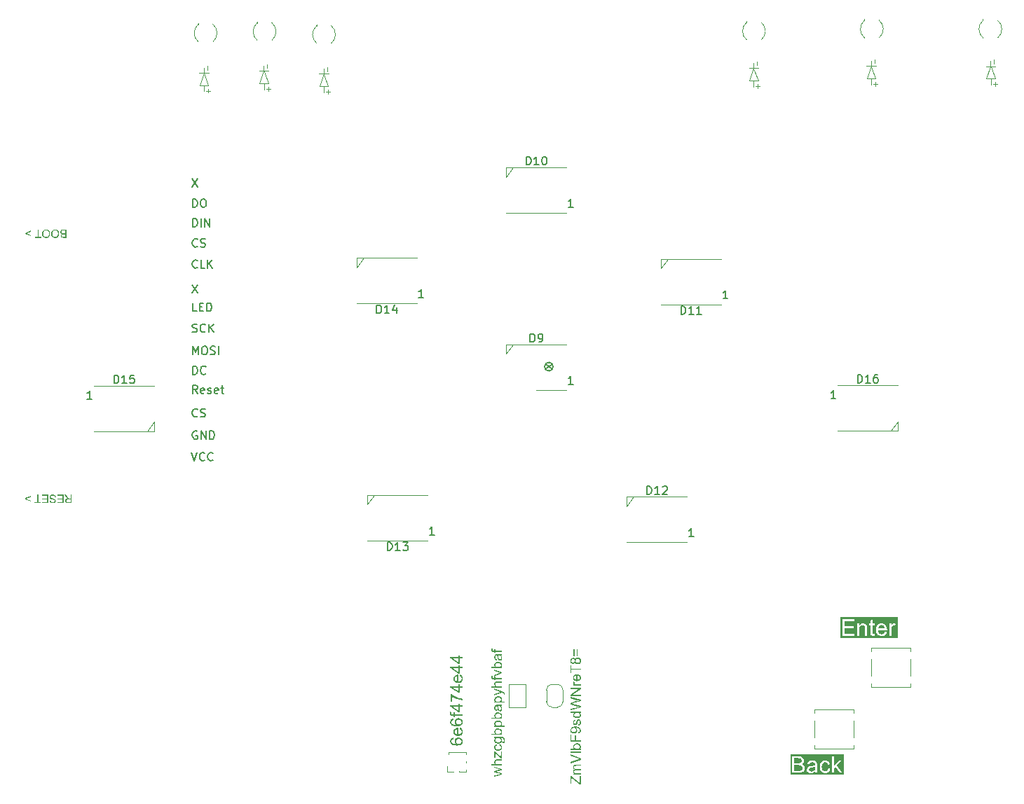
<source format=gbr>
%TF.GenerationSoftware,KiCad,Pcbnew,9.0.3*%
%TF.CreationDate,2025-12-07T17:58:41-06:00*%
%TF.ProjectId,CC14,43433134-2e6b-4696-9361-645f70636258,Prototype_v2.2*%
%TF.SameCoordinates,Original*%
%TF.FileFunction,Legend,Top*%
%TF.FilePolarity,Positive*%
%FSLAX46Y46*%
G04 Gerber Fmt 4.6, Leading zero omitted, Abs format (unit mm)*
G04 Created by KiCad (PCBNEW 9.0.3) date 2025-12-07 17:58:41*
%MOMM*%
%LPD*%
G01*
G04 APERTURE LIST*
%ADD10C,0.150000*%
%ADD11C,0.120000*%
G04 APERTURE END LIST*
D10*
X154464160Y-107320000D02*
X153674160Y-107940000D01*
X154474160Y-107970000D02*
X153704160Y-107330000D01*
X154594544Y-107640384D02*
G75*
G02*
X153553776Y-107640384I-520384J0D01*
G01*
X153553776Y-107640384D02*
G75*
G02*
X154594544Y-107640384I520384J0D01*
G01*
X111618207Y-110899819D02*
X111284874Y-110423628D01*
X111046779Y-110899819D02*
X111046779Y-109899819D01*
X111046779Y-109899819D02*
X111427731Y-109899819D01*
X111427731Y-109899819D02*
X111522969Y-109947438D01*
X111522969Y-109947438D02*
X111570588Y-109995057D01*
X111570588Y-109995057D02*
X111618207Y-110090295D01*
X111618207Y-110090295D02*
X111618207Y-110233152D01*
X111618207Y-110233152D02*
X111570588Y-110328390D01*
X111570588Y-110328390D02*
X111522969Y-110376009D01*
X111522969Y-110376009D02*
X111427731Y-110423628D01*
X111427731Y-110423628D02*
X111046779Y-110423628D01*
X112427731Y-110852200D02*
X112332493Y-110899819D01*
X112332493Y-110899819D02*
X112142017Y-110899819D01*
X112142017Y-110899819D02*
X112046779Y-110852200D01*
X112046779Y-110852200D02*
X111999160Y-110756961D01*
X111999160Y-110756961D02*
X111999160Y-110376009D01*
X111999160Y-110376009D02*
X112046779Y-110280771D01*
X112046779Y-110280771D02*
X112142017Y-110233152D01*
X112142017Y-110233152D02*
X112332493Y-110233152D01*
X112332493Y-110233152D02*
X112427731Y-110280771D01*
X112427731Y-110280771D02*
X112475350Y-110376009D01*
X112475350Y-110376009D02*
X112475350Y-110471247D01*
X112475350Y-110471247D02*
X111999160Y-110566485D01*
X112856303Y-110852200D02*
X112951541Y-110899819D01*
X112951541Y-110899819D02*
X113142017Y-110899819D01*
X113142017Y-110899819D02*
X113237255Y-110852200D01*
X113237255Y-110852200D02*
X113284874Y-110756961D01*
X113284874Y-110756961D02*
X113284874Y-110709342D01*
X113284874Y-110709342D02*
X113237255Y-110614104D01*
X113237255Y-110614104D02*
X113142017Y-110566485D01*
X113142017Y-110566485D02*
X112999160Y-110566485D01*
X112999160Y-110566485D02*
X112903922Y-110518866D01*
X112903922Y-110518866D02*
X112856303Y-110423628D01*
X112856303Y-110423628D02*
X112856303Y-110376009D01*
X112856303Y-110376009D02*
X112903922Y-110280771D01*
X112903922Y-110280771D02*
X112999160Y-110233152D01*
X112999160Y-110233152D02*
X113142017Y-110233152D01*
X113142017Y-110233152D02*
X113237255Y-110280771D01*
X114094398Y-110852200D02*
X113999160Y-110899819D01*
X113999160Y-110899819D02*
X113808684Y-110899819D01*
X113808684Y-110899819D02*
X113713446Y-110852200D01*
X113713446Y-110852200D02*
X113665827Y-110756961D01*
X113665827Y-110756961D02*
X113665827Y-110376009D01*
X113665827Y-110376009D02*
X113713446Y-110280771D01*
X113713446Y-110280771D02*
X113808684Y-110233152D01*
X113808684Y-110233152D02*
X113999160Y-110233152D01*
X113999160Y-110233152D02*
X114094398Y-110280771D01*
X114094398Y-110280771D02*
X114142017Y-110376009D01*
X114142017Y-110376009D02*
X114142017Y-110471247D01*
X114142017Y-110471247D02*
X113665827Y-110566485D01*
X114427732Y-110233152D02*
X114808684Y-110233152D01*
X114570589Y-109899819D02*
X114570589Y-110756961D01*
X114570589Y-110756961D02*
X114618208Y-110852200D01*
X114618208Y-110852200D02*
X114713446Y-110899819D01*
X114713446Y-110899819D02*
X114808684Y-110899819D01*
X111618207Y-93084580D02*
X111570588Y-93132200D01*
X111570588Y-93132200D02*
X111427731Y-93179819D01*
X111427731Y-93179819D02*
X111332493Y-93179819D01*
X111332493Y-93179819D02*
X111189636Y-93132200D01*
X111189636Y-93132200D02*
X111094398Y-93036961D01*
X111094398Y-93036961D02*
X111046779Y-92941723D01*
X111046779Y-92941723D02*
X110999160Y-92751247D01*
X110999160Y-92751247D02*
X110999160Y-92608390D01*
X110999160Y-92608390D02*
X111046779Y-92417914D01*
X111046779Y-92417914D02*
X111094398Y-92322676D01*
X111094398Y-92322676D02*
X111189636Y-92227438D01*
X111189636Y-92227438D02*
X111332493Y-92179819D01*
X111332493Y-92179819D02*
X111427731Y-92179819D01*
X111427731Y-92179819D02*
X111570588Y-92227438D01*
X111570588Y-92227438D02*
X111618207Y-92275057D01*
X111999160Y-93132200D02*
X112142017Y-93179819D01*
X112142017Y-93179819D02*
X112380112Y-93179819D01*
X112380112Y-93179819D02*
X112475350Y-93132200D01*
X112475350Y-93132200D02*
X112522969Y-93084580D01*
X112522969Y-93084580D02*
X112570588Y-92989342D01*
X112570588Y-92989342D02*
X112570588Y-92894104D01*
X112570588Y-92894104D02*
X112522969Y-92798866D01*
X112522969Y-92798866D02*
X112475350Y-92751247D01*
X112475350Y-92751247D02*
X112380112Y-92703628D01*
X112380112Y-92703628D02*
X112189636Y-92656009D01*
X112189636Y-92656009D02*
X112094398Y-92608390D01*
X112094398Y-92608390D02*
X112046779Y-92560771D01*
X112046779Y-92560771D02*
X111999160Y-92465533D01*
X111999160Y-92465533D02*
X111999160Y-92370295D01*
X111999160Y-92370295D02*
X112046779Y-92275057D01*
X112046779Y-92275057D02*
X112094398Y-92227438D01*
X112094398Y-92227438D02*
X112189636Y-92179819D01*
X112189636Y-92179819D02*
X112427731Y-92179819D01*
X112427731Y-92179819D02*
X112570588Y-92227438D01*
X111670839Y-98750180D02*
X111004173Y-97750180D01*
X111004173Y-98750180D02*
X111670839Y-97750180D01*
X110999160Y-103442200D02*
X111142017Y-103489819D01*
X111142017Y-103489819D02*
X111380112Y-103489819D01*
X111380112Y-103489819D02*
X111475350Y-103442200D01*
X111475350Y-103442200D02*
X111522969Y-103394580D01*
X111522969Y-103394580D02*
X111570588Y-103299342D01*
X111570588Y-103299342D02*
X111570588Y-103204104D01*
X111570588Y-103204104D02*
X111522969Y-103108866D01*
X111522969Y-103108866D02*
X111475350Y-103061247D01*
X111475350Y-103061247D02*
X111380112Y-103013628D01*
X111380112Y-103013628D02*
X111189636Y-102966009D01*
X111189636Y-102966009D02*
X111094398Y-102918390D01*
X111094398Y-102918390D02*
X111046779Y-102870771D01*
X111046779Y-102870771D02*
X110999160Y-102775533D01*
X110999160Y-102775533D02*
X110999160Y-102680295D01*
X110999160Y-102680295D02*
X111046779Y-102585057D01*
X111046779Y-102585057D02*
X111094398Y-102537438D01*
X111094398Y-102537438D02*
X111189636Y-102489819D01*
X111189636Y-102489819D02*
X111427731Y-102489819D01*
X111427731Y-102489819D02*
X111570588Y-102537438D01*
X112570588Y-103394580D02*
X112522969Y-103442200D01*
X112522969Y-103442200D02*
X112380112Y-103489819D01*
X112380112Y-103489819D02*
X112284874Y-103489819D01*
X112284874Y-103489819D02*
X112142017Y-103442200D01*
X112142017Y-103442200D02*
X112046779Y-103346961D01*
X112046779Y-103346961D02*
X111999160Y-103251723D01*
X111999160Y-103251723D02*
X111951541Y-103061247D01*
X111951541Y-103061247D02*
X111951541Y-102918390D01*
X111951541Y-102918390D02*
X111999160Y-102727914D01*
X111999160Y-102727914D02*
X112046779Y-102632676D01*
X112046779Y-102632676D02*
X112142017Y-102537438D01*
X112142017Y-102537438D02*
X112284874Y-102489819D01*
X112284874Y-102489819D02*
X112380112Y-102489819D01*
X112380112Y-102489819D02*
X112522969Y-102537438D01*
X112522969Y-102537438D02*
X112570588Y-102585057D01*
X112999160Y-103489819D02*
X112999160Y-102489819D01*
X113570588Y-103489819D02*
X113142017Y-102918390D01*
X113570588Y-102489819D02*
X112999160Y-103061247D01*
X111618207Y-113634580D02*
X111570588Y-113682200D01*
X111570588Y-113682200D02*
X111427731Y-113729819D01*
X111427731Y-113729819D02*
X111332493Y-113729819D01*
X111332493Y-113729819D02*
X111189636Y-113682200D01*
X111189636Y-113682200D02*
X111094398Y-113586961D01*
X111094398Y-113586961D02*
X111046779Y-113491723D01*
X111046779Y-113491723D02*
X110999160Y-113301247D01*
X110999160Y-113301247D02*
X110999160Y-113158390D01*
X110999160Y-113158390D02*
X111046779Y-112967914D01*
X111046779Y-112967914D02*
X111094398Y-112872676D01*
X111094398Y-112872676D02*
X111189636Y-112777438D01*
X111189636Y-112777438D02*
X111332493Y-112729819D01*
X111332493Y-112729819D02*
X111427731Y-112729819D01*
X111427731Y-112729819D02*
X111570588Y-112777438D01*
X111570588Y-112777438D02*
X111618207Y-112825057D01*
X111999160Y-113682200D02*
X112142017Y-113729819D01*
X112142017Y-113729819D02*
X112380112Y-113729819D01*
X112380112Y-113729819D02*
X112475350Y-113682200D01*
X112475350Y-113682200D02*
X112522969Y-113634580D01*
X112522969Y-113634580D02*
X112570588Y-113539342D01*
X112570588Y-113539342D02*
X112570588Y-113444104D01*
X112570588Y-113444104D02*
X112522969Y-113348866D01*
X112522969Y-113348866D02*
X112475350Y-113301247D01*
X112475350Y-113301247D02*
X112380112Y-113253628D01*
X112380112Y-113253628D02*
X112189636Y-113206009D01*
X112189636Y-113206009D02*
X112094398Y-113158390D01*
X112094398Y-113158390D02*
X112046779Y-113110771D01*
X112046779Y-113110771D02*
X111999160Y-113015533D01*
X111999160Y-113015533D02*
X111999160Y-112920295D01*
X111999160Y-112920295D02*
X112046779Y-112825057D01*
X112046779Y-112825057D02*
X112094398Y-112777438D01*
X112094398Y-112777438D02*
X112189636Y-112729819D01*
X112189636Y-112729819D02*
X112427731Y-112729819D01*
X112427731Y-112729819D02*
X112570588Y-112777438D01*
X111522969Y-100949819D02*
X111046779Y-100949819D01*
X111046779Y-100949819D02*
X111046779Y-99949819D01*
X111856303Y-100426009D02*
X112189636Y-100426009D01*
X112332493Y-100949819D02*
X111856303Y-100949819D01*
X111856303Y-100949819D02*
X111856303Y-99949819D01*
X111856303Y-99949819D02*
X112332493Y-99949819D01*
X112761065Y-100949819D02*
X112761065Y-99949819D01*
X112761065Y-99949819D02*
X112999160Y-99949819D01*
X112999160Y-99949819D02*
X113142017Y-99997438D01*
X113142017Y-99997438D02*
X113237255Y-100092676D01*
X113237255Y-100092676D02*
X113284874Y-100187914D01*
X113284874Y-100187914D02*
X113332493Y-100378390D01*
X113332493Y-100378390D02*
X113332493Y-100521247D01*
X113332493Y-100521247D02*
X113284874Y-100711723D01*
X113284874Y-100711723D02*
X113237255Y-100806961D01*
X113237255Y-100806961D02*
X113142017Y-100902200D01*
X113142017Y-100902200D02*
X112999160Y-100949819D01*
X112999160Y-100949819D02*
X112761065Y-100949819D01*
G36*
X186230869Y-156099717D02*
G01*
X186219426Y-156252302D01*
X186191302Y-156346646D01*
X186150455Y-156413392D01*
X186096763Y-156470008D01*
X186028758Y-156517372D01*
X185952801Y-156551591D01*
X185869074Y-156572548D01*
X185775967Y-156579776D01*
X185682431Y-156571412D01*
X185611487Y-156548763D01*
X185557980Y-156513953D01*
X185516403Y-156466018D01*
X185491965Y-156411915D01*
X185483608Y-156349455D01*
X185492178Y-156287820D01*
X185517680Y-156232341D01*
X185558522Y-156186370D01*
X185614767Y-156152229D01*
X185689185Y-156128646D01*
X185829212Y-156102770D01*
X186079453Y-156056364D01*
X186230869Y-156009225D01*
X186230869Y-156099717D01*
G37*
G36*
X184367165Y-155817832D02*
G01*
X184480259Y-155842041D01*
X184543963Y-155870672D01*
X184596547Y-155909790D01*
X184639505Y-155960010D01*
X184670994Y-156018293D01*
X184690239Y-156083637D01*
X184696902Y-156157725D01*
X184686621Y-156250727D01*
X184657213Y-156329183D01*
X184611233Y-156395600D01*
X184556096Y-156442267D01*
X184489564Y-156474665D01*
X184403200Y-156497711D01*
X184222827Y-156507480D01*
X183724205Y-156507480D01*
X183724205Y-155807969D01*
X184187289Y-155807969D01*
X184367165Y-155817832D01*
G37*
G36*
X184324437Y-154972543D02*
G01*
X184429090Y-154992198D01*
X184484215Y-155016677D01*
X184529303Y-155051378D01*
X184565744Y-155097100D01*
X184601315Y-155178522D01*
X184613615Y-155274542D01*
X184600137Y-155374065D01*
X184562324Y-155451252D01*
X184500544Y-155510359D01*
X184410039Y-155552002D01*
X184321018Y-155568349D01*
X184157247Y-155575450D01*
X183724205Y-155575450D01*
X183724205Y-154963866D01*
X184124397Y-154963866D01*
X184324437Y-154972543D01*
G37*
G36*
X189684913Y-156993485D02*
G01*
X183236857Y-156993485D01*
X183236857Y-155575450D01*
X183459079Y-155575450D01*
X183459079Y-156507480D01*
X183459079Y-156740000D01*
X184222827Y-156740000D01*
X184406468Y-156730828D01*
X184545838Y-156706416D01*
X184669646Y-156663296D01*
X184765168Y-156606887D01*
X184843656Y-156529563D01*
X184912080Y-156419553D01*
X184934653Y-156355683D01*
X185221291Y-156355683D01*
X185229637Y-156444193D01*
X185253769Y-156522184D01*
X185293395Y-156591768D01*
X185349641Y-156654392D01*
X185416624Y-156703151D01*
X185498111Y-156739542D01*
X185597071Y-156762878D01*
X185717226Y-156771263D01*
X185858593Y-156759092D01*
X185988458Y-156723391D01*
X186112562Y-156661442D01*
X186251386Y-156559382D01*
X186269775Y-156658403D01*
X186300601Y-156740000D01*
X186557422Y-156740000D01*
X186518550Y-156654366D01*
X186495262Y-156565732D01*
X186484852Y-156444006D01*
X186479631Y-156131468D01*
X186479631Y-156018628D01*
X186784812Y-156018628D01*
X186797769Y-156200973D01*
X186833847Y-156351152D01*
X186890176Y-156474859D01*
X186965796Y-156576601D01*
X187062453Y-156660935D01*
X187172549Y-156721145D01*
X187298736Y-156758287D01*
X187444756Y-156771263D01*
X187561816Y-156761984D01*
X187647418Y-156740000D01*
X188260405Y-156740000D01*
X188506236Y-156740000D01*
X188506236Y-156163709D01*
X188679770Y-155996646D01*
X189159341Y-156740000D01*
X189462691Y-156740000D01*
X188851961Y-155825554D01*
X189406637Y-155286266D01*
X189088266Y-155286266D01*
X188506236Y-155877578D01*
X188506236Y-154731346D01*
X188260405Y-154731346D01*
X188260405Y-156740000D01*
X187647418Y-156740000D01*
X187666287Y-156735154D01*
X187760351Y-156691433D01*
X187845681Y-156630334D01*
X187918110Y-156554908D01*
X187975978Y-156466118D01*
X188019668Y-156362012D01*
X188048524Y-156239912D01*
X187806724Y-156208527D01*
X187779399Y-156325897D01*
X187737860Y-156413777D01*
X187683748Y-156478415D01*
X187614721Y-156526642D01*
X187535114Y-156555913D01*
X187441947Y-156566099D01*
X187354391Y-156557528D01*
X187277862Y-156532790D01*
X187210093Y-156492160D01*
X187149589Y-156434330D01*
X187104662Y-156366593D01*
X187069630Y-156277312D01*
X187046258Y-156161171D01*
X187037603Y-156011789D01*
X187046478Y-155865055D01*
X187070543Y-155750153D01*
X187106836Y-155661026D01*
X187153741Y-155592669D01*
X187216240Y-155534640D01*
X187286238Y-155493752D01*
X187365272Y-155468813D01*
X187455625Y-155460167D01*
X187534860Y-155468691D01*
X187604006Y-155493380D01*
X187665307Y-155534295D01*
X187715299Y-155588932D01*
X187755840Y-155661235D01*
X187786208Y-155755212D01*
X188025321Y-155718332D01*
X187996049Y-155609906D01*
X187953981Y-155518173D01*
X187899638Y-155440678D01*
X187832614Y-155375659D01*
X187754852Y-155324318D01*
X187665924Y-155286767D01*
X187563835Y-155263259D01*
X187446099Y-155255003D01*
X187323581Y-155264935D01*
X187208655Y-155294280D01*
X187099641Y-155343175D01*
X187003093Y-155411217D01*
X186924518Y-155498439D01*
X186862603Y-155607445D01*
X186820491Y-155727320D01*
X186794072Y-155863492D01*
X186784812Y-156018628D01*
X186479631Y-156018628D01*
X186479631Y-155803328D01*
X186475799Y-155651817D01*
X186467296Y-155576304D01*
X186436329Y-155481947D01*
X186390726Y-155408876D01*
X186324820Y-155350871D01*
X186220000Y-155298845D01*
X186094464Y-155267164D01*
X185918116Y-155255003D01*
X185737715Y-155268691D01*
X185588755Y-155306905D01*
X185498373Y-155348082D01*
X185426915Y-155397404D01*
X185371501Y-155454672D01*
X185327938Y-155521961D01*
X185291709Y-155605062D01*
X185263668Y-155706852D01*
X185504125Y-155739581D01*
X185538332Y-155639023D01*
X185579453Y-155568720D01*
X185626368Y-155521716D01*
X185685007Y-155489992D01*
X185767859Y-155468390D01*
X185882579Y-155460167D01*
X186003844Y-155470793D01*
X186094848Y-155499407D01*
X186162603Y-155543087D01*
X186198854Y-155589001D01*
X186223078Y-155656596D01*
X186232335Y-155753869D01*
X186230869Y-155817739D01*
X186069903Y-155859466D01*
X185792331Y-155901880D01*
X185573734Y-155938761D01*
X185479578Y-155972968D01*
X185396780Y-156019483D01*
X185326225Y-156080950D01*
X185269774Y-156160900D01*
X185233585Y-156252989D01*
X185222037Y-156349455D01*
X185221291Y-156355683D01*
X184934653Y-156355683D01*
X184956526Y-156293794D01*
X184971553Y-156156748D01*
X184960310Y-156042899D01*
X184927697Y-155942262D01*
X184873856Y-155852055D01*
X184801288Y-155775977D01*
X184709344Y-155715137D01*
X184594442Y-155669483D01*
X184682712Y-155616414D01*
X184751966Y-155555443D01*
X184804735Y-155486301D01*
X184843742Y-155408234D01*
X184866767Y-155327936D01*
X184874467Y-155244134D01*
X184865907Y-155154207D01*
X184840093Y-155066500D01*
X184795942Y-154979619D01*
X184736873Y-154902542D01*
X184664971Y-154840468D01*
X184578688Y-154792285D01*
X184484179Y-154760402D01*
X184363356Y-154739172D01*
X184210492Y-154731346D01*
X183459079Y-154731346D01*
X183459079Y-155575450D01*
X183236857Y-155575450D01*
X183236857Y-154509124D01*
X189684913Y-154509124D01*
X189684913Y-156993485D01*
G37*
X111570588Y-115467438D02*
X111475350Y-115419819D01*
X111475350Y-115419819D02*
X111332493Y-115419819D01*
X111332493Y-115419819D02*
X111189636Y-115467438D01*
X111189636Y-115467438D02*
X111094398Y-115562676D01*
X111094398Y-115562676D02*
X111046779Y-115657914D01*
X111046779Y-115657914D02*
X110999160Y-115848390D01*
X110999160Y-115848390D02*
X110999160Y-115991247D01*
X110999160Y-115991247D02*
X111046779Y-116181723D01*
X111046779Y-116181723D02*
X111094398Y-116276961D01*
X111094398Y-116276961D02*
X111189636Y-116372200D01*
X111189636Y-116372200D02*
X111332493Y-116419819D01*
X111332493Y-116419819D02*
X111427731Y-116419819D01*
X111427731Y-116419819D02*
X111570588Y-116372200D01*
X111570588Y-116372200D02*
X111618207Y-116324580D01*
X111618207Y-116324580D02*
X111618207Y-115991247D01*
X111618207Y-115991247D02*
X111427731Y-115991247D01*
X112046779Y-116419819D02*
X112046779Y-115419819D01*
X112046779Y-115419819D02*
X112618207Y-116419819D01*
X112618207Y-116419819D02*
X112618207Y-115419819D01*
X113094398Y-116419819D02*
X113094398Y-115419819D01*
X113094398Y-115419819D02*
X113332493Y-115419819D01*
X113332493Y-115419819D02*
X113475350Y-115467438D01*
X113475350Y-115467438D02*
X113570588Y-115562676D01*
X113570588Y-115562676D02*
X113618207Y-115657914D01*
X113618207Y-115657914D02*
X113665826Y-115848390D01*
X113665826Y-115848390D02*
X113665826Y-115991247D01*
X113665826Y-115991247D02*
X113618207Y-116181723D01*
X113618207Y-116181723D02*
X113570588Y-116276961D01*
X113570588Y-116276961D02*
X113475350Y-116372200D01*
X113475350Y-116372200D02*
X113332493Y-116419819D01*
X113332493Y-116419819D02*
X113094398Y-116419819D01*
G36*
X95860815Y-123331025D02*
G01*
X95956436Y-123470732D01*
X95994457Y-123514347D01*
X96023725Y-123538571D01*
X96054131Y-123555185D01*
X96084175Y-123565560D01*
X96157937Y-123570383D01*
X96311626Y-123570383D01*
X96311626Y-123120000D01*
X96444189Y-123120000D01*
X96444189Y-124124326D01*
X96000156Y-124124326D01*
X95910280Y-124120686D01*
X95844067Y-124111141D01*
X95796579Y-124097459D01*
X95753533Y-124075168D01*
X95716651Y-124043886D01*
X95685266Y-124002571D01*
X95662140Y-123955791D01*
X95648268Y-123906012D01*
X95643561Y-123852362D01*
X95643730Y-123850408D01*
X95780215Y-123850408D01*
X95786078Y-123895143D01*
X95803094Y-123933287D01*
X95831811Y-123966484D01*
X95869023Y-123990098D01*
X95921618Y-124005961D01*
X95994660Y-124011974D01*
X96311626Y-124011974D01*
X96311626Y-123682735D01*
X96026778Y-123682735D01*
X95941060Y-123688043D01*
X95884690Y-123701359D01*
X95852643Y-123716688D01*
X95826990Y-123736550D01*
X95806837Y-123761137D01*
X95786844Y-123804091D01*
X95780215Y-123850408D01*
X95643730Y-123850408D01*
X95648045Y-123800448D01*
X95661059Y-123753977D01*
X95682417Y-123711918D01*
X95712560Y-123673515D01*
X95748904Y-123642424D01*
X95795170Y-123616333D01*
X95853292Y-123595591D01*
X95925662Y-123581069D01*
X95877003Y-123554135D01*
X95845794Y-123530633D01*
X95790624Y-123471645D01*
X95735763Y-123395811D01*
X95561618Y-123120000D01*
X95728252Y-123120000D01*
X95860815Y-123331025D01*
G37*
G36*
X95433329Y-123120000D02*
G01*
X95433329Y-124124326D01*
X94709210Y-124124326D01*
X94709210Y-124008066D01*
X95300766Y-124008066D01*
X95300766Y-123698367D01*
X94746762Y-123698367D01*
X94746762Y-123582107D01*
X95300766Y-123582107D01*
X95300766Y-123236259D01*
X94685946Y-123236259D01*
X94685946Y-123120000D01*
X95433329Y-123120000D01*
G37*
G36*
X94548132Y-123445087D02*
G01*
X94423080Y-123456078D01*
X94414012Y-123405879D01*
X94400071Y-123364433D01*
X94381803Y-123330354D01*
X94357272Y-123300779D01*
X94324215Y-123274294D01*
X94281052Y-123250914D01*
X94234609Y-123234364D01*
X94183607Y-123224154D01*
X94127302Y-123220628D01*
X94054254Y-123226561D01*
X93993456Y-123243220D01*
X93956585Y-123261012D01*
X93928248Y-123281697D01*
X93907056Y-123305197D01*
X93885686Y-123346656D01*
X93878662Y-123391231D01*
X93885601Y-123435785D01*
X93906017Y-123473724D01*
X93939789Y-123504585D01*
X93996143Y-123533014D01*
X94048732Y-123549753D01*
X94174440Y-123581985D01*
X94301467Y-123617477D01*
X94367759Y-123644694D01*
X94412998Y-123672914D01*
X94448172Y-123704051D01*
X94474676Y-123738178D01*
X94494137Y-123776670D01*
X94505855Y-123818072D01*
X94509847Y-123863169D01*
X94505098Y-123912641D01*
X94490911Y-123959751D01*
X94466860Y-124005319D01*
X94434421Y-124045206D01*
X94392977Y-124078593D01*
X94341136Y-124105703D01*
X94285073Y-124124448D01*
X94224066Y-124135986D01*
X94157343Y-124139958D01*
X94083808Y-124135702D01*
X94018733Y-124123521D01*
X93960972Y-124104054D01*
X93907669Y-124075764D01*
X93864498Y-124040691D01*
X93830180Y-123998541D01*
X93804499Y-123950415D01*
X93788094Y-123898161D01*
X93780965Y-123840821D01*
X93908032Y-123831235D01*
X93921098Y-123891877D01*
X93944373Y-123938864D01*
X93977397Y-123975033D01*
X94019548Y-124000581D01*
X94076276Y-124017426D01*
X94151909Y-124023698D01*
X94231277Y-124017776D01*
X94287797Y-124002293D01*
X94327153Y-123979612D01*
X94358399Y-123947219D01*
X94376175Y-123912237D01*
X94382108Y-123873306D01*
X94377673Y-123839058D01*
X94364813Y-123809860D01*
X94343151Y-123784462D01*
X94313826Y-123765662D01*
X94252925Y-123742022D01*
X94143360Y-123713021D01*
X93994992Y-123675195D01*
X93921710Y-123649152D01*
X93866284Y-123618380D01*
X93823943Y-123584297D01*
X93792628Y-123546936D01*
X93769640Y-123504053D01*
X93755708Y-123456907D01*
X93750923Y-123404420D01*
X93755954Y-123352409D01*
X93771040Y-123302440D01*
X93796719Y-123253661D01*
X93831028Y-123210649D01*
X93874424Y-123174057D01*
X93928183Y-123143630D01*
X93986519Y-123122161D01*
X94050536Y-123108933D01*
X94121195Y-123104368D01*
X94211309Y-123109287D01*
X94286478Y-123122978D01*
X94349013Y-123144180D01*
X94406406Y-123175603D01*
X94454077Y-123215379D01*
X94493116Y-123264042D01*
X94522308Y-123319368D01*
X94540645Y-123379341D01*
X94548132Y-123445087D01*
G37*
G36*
X93567314Y-123120000D02*
G01*
X93567314Y-124124326D01*
X92843195Y-124124326D01*
X92843195Y-124008066D01*
X93434751Y-124008066D01*
X93434751Y-123698367D01*
X92880747Y-123698367D01*
X92880747Y-123582107D01*
X93434751Y-123582107D01*
X93434751Y-123236259D01*
X92819931Y-123236259D01*
X92819931Y-123120000D01*
X93567314Y-123120000D01*
G37*
G36*
X92382186Y-123120000D02*
G01*
X92382186Y-124008066D01*
X92712158Y-124008066D01*
X92712158Y-124124326D01*
X91918369Y-124124326D01*
X91918369Y-124008066D01*
X92249685Y-124008066D01*
X92249685Y-123120000D01*
X92382186Y-123120000D01*
G37*
G36*
X90786853Y-123557683D02*
G01*
X91450156Y-123276315D01*
X91450156Y-123397459D01*
X90924850Y-123613675D01*
X91450156Y-123831235D01*
X91450156Y-123952379D01*
X90786853Y-123671011D01*
X90786853Y-123557683D01*
G37*
X111046779Y-108579819D02*
X111046779Y-107579819D01*
X111046779Y-107579819D02*
X111284874Y-107579819D01*
X111284874Y-107579819D02*
X111427731Y-107627438D01*
X111427731Y-107627438D02*
X111522969Y-107722676D01*
X111522969Y-107722676D02*
X111570588Y-107817914D01*
X111570588Y-107817914D02*
X111618207Y-108008390D01*
X111618207Y-108008390D02*
X111618207Y-108151247D01*
X111618207Y-108151247D02*
X111570588Y-108341723D01*
X111570588Y-108341723D02*
X111522969Y-108436961D01*
X111522969Y-108436961D02*
X111427731Y-108532200D01*
X111427731Y-108532200D02*
X111284874Y-108579819D01*
X111284874Y-108579819D02*
X111046779Y-108579819D01*
X112618207Y-108484580D02*
X112570588Y-108532200D01*
X112570588Y-108532200D02*
X112427731Y-108579819D01*
X112427731Y-108579819D02*
X112332493Y-108579819D01*
X112332493Y-108579819D02*
X112189636Y-108532200D01*
X112189636Y-108532200D02*
X112094398Y-108436961D01*
X112094398Y-108436961D02*
X112046779Y-108341723D01*
X112046779Y-108341723D02*
X111999160Y-108151247D01*
X111999160Y-108151247D02*
X111999160Y-108008390D01*
X111999160Y-108008390D02*
X112046779Y-107817914D01*
X112046779Y-107817914D02*
X112094398Y-107722676D01*
X112094398Y-107722676D02*
X112189636Y-107627438D01*
X112189636Y-107627438D02*
X112332493Y-107579819D01*
X112332493Y-107579819D02*
X112427731Y-107579819D01*
X112427731Y-107579819D02*
X112570588Y-107627438D01*
X112570588Y-107627438D02*
X112618207Y-107675057D01*
G36*
X95801700Y-92064326D02*
G01*
X95425993Y-92064326D01*
X95349561Y-92060413D01*
X95289150Y-92049798D01*
X95241895Y-92033857D01*
X95198754Y-92009765D01*
X95162803Y-91978728D01*
X95133268Y-91940190D01*
X95111193Y-91896749D01*
X95098286Y-91852896D01*
X95094006Y-91807932D01*
X95095403Y-91792728D01*
X95224432Y-91792728D01*
X95230582Y-91840738D01*
X95248367Y-91881449D01*
X95266588Y-91904310D01*
X95289132Y-91921661D01*
X95316694Y-91933900D01*
X95369021Y-91943728D01*
X95469041Y-91948066D01*
X95669137Y-91948066D01*
X95669137Y-91642274D01*
X95452616Y-91642274D01*
X95370730Y-91645825D01*
X95326220Y-91653998D01*
X95280967Y-91674820D01*
X95250077Y-91704373D01*
X95231171Y-91742967D01*
X95224432Y-91792728D01*
X95095403Y-91792728D01*
X95097856Y-91766031D01*
X95109368Y-91725882D01*
X95128872Y-91686849D01*
X95155256Y-91652278D01*
X95189883Y-91621792D01*
X95234018Y-91595258D01*
X95176567Y-91572431D01*
X95130595Y-91542011D01*
X95094311Y-91503972D01*
X95067391Y-91458868D01*
X95051084Y-91408550D01*
X95045463Y-91351625D01*
X95045517Y-91351137D01*
X95182788Y-91351137D01*
X95186120Y-91388181D01*
X95195742Y-91420853D01*
X95211487Y-91449994D01*
X95232966Y-91475104D01*
X95259258Y-91494663D01*
X95291110Y-91508979D01*
X95347657Y-91521083D01*
X95437595Y-91526015D01*
X95669137Y-91526015D01*
X95669137Y-91176259D01*
X95419826Y-91176259D01*
X95329639Y-91181144D01*
X95286457Y-91192667D01*
X95253191Y-91208866D01*
X95225623Y-91232199D01*
X95202633Y-91265408D01*
X95187929Y-91304636D01*
X95182788Y-91351137D01*
X95045517Y-91351137D01*
X95052976Y-91283102D01*
X95075199Y-91220223D01*
X95109411Y-91165218D01*
X95148655Y-91126556D01*
X95196416Y-91098351D01*
X95258320Y-91076791D01*
X95328005Y-91064585D01*
X95419826Y-91060000D01*
X95801700Y-91060000D01*
X95801700Y-92064326D01*
G37*
G36*
X94494785Y-91048801D02*
G01*
X94559808Y-91061772D01*
X94620484Y-91083026D01*
X94677450Y-91112634D01*
X94729928Y-91150039D01*
X94775227Y-91193292D01*
X94813881Y-91242745D01*
X94846161Y-91298991D01*
X94878045Y-91379338D01*
X94897095Y-91462318D01*
X94903497Y-91548852D01*
X94897444Y-91649934D01*
X94880252Y-91737741D01*
X94852979Y-91814171D01*
X94816135Y-91880830D01*
X94769651Y-91938968D01*
X94713231Y-91989531D01*
X94651383Y-92028526D01*
X94583335Y-92056643D01*
X94507991Y-92073965D01*
X94423987Y-92079958D01*
X94355241Y-92075675D01*
X94291104Y-92063115D01*
X94230887Y-92042488D01*
X94174004Y-92013707D01*
X94121554Y-91977284D01*
X94076081Y-91934669D01*
X94037064Y-91885476D01*
X94004255Y-91829059D01*
X93972296Y-91748256D01*
X93952618Y-91659218D01*
X93945891Y-91561491D01*
X94082413Y-91561491D01*
X94087337Y-91642369D01*
X94101376Y-91713210D01*
X94123751Y-91775448D01*
X94156053Y-91832565D01*
X94196194Y-91879437D01*
X94244651Y-91917231D01*
X94299546Y-91945093D01*
X94358720Y-91961881D01*
X94423315Y-91967606D01*
X94491834Y-91961433D01*
X94554239Y-91943364D01*
X94611813Y-91913409D01*
X94665482Y-91870703D01*
X94699095Y-91831049D01*
X94726701Y-91781106D01*
X94747943Y-91718869D01*
X94761850Y-91641832D01*
X94766904Y-91547081D01*
X94760126Y-91456669D01*
X94741029Y-91380416D01*
X94710779Y-91315872D01*
X94669573Y-91261133D01*
X94617502Y-91215250D01*
X94560262Y-91183014D01*
X94496742Y-91163456D01*
X94425330Y-91156720D01*
X94352509Y-91163570D01*
X94288249Y-91183391D01*
X94230830Y-91215951D01*
X94179072Y-91262172D01*
X94138622Y-91317252D01*
X94108537Y-91383845D01*
X94089306Y-91464280D01*
X94082413Y-91561491D01*
X93945891Y-91561491D01*
X93945820Y-91560453D01*
X93952955Y-91460470D01*
X93973636Y-91370186D01*
X94007308Y-91288061D01*
X94041765Y-91230891D01*
X94082083Y-91181986D01*
X94128477Y-91140568D01*
X94181454Y-91106161D01*
X94258558Y-91071837D01*
X94339250Y-91051299D01*
X94424658Y-91044368D01*
X94494785Y-91048801D01*
G37*
G36*
X93406438Y-91048801D02*
G01*
X93471462Y-91061772D01*
X93532137Y-91083026D01*
X93589104Y-91112634D01*
X93641582Y-91150039D01*
X93686881Y-91193292D01*
X93725535Y-91242745D01*
X93757814Y-91298991D01*
X93789699Y-91379338D01*
X93808749Y-91462318D01*
X93815150Y-91548852D01*
X93809098Y-91649934D01*
X93791906Y-91737741D01*
X93764633Y-91814171D01*
X93727788Y-91880830D01*
X93681305Y-91938968D01*
X93624885Y-91989531D01*
X93563036Y-92028526D01*
X93494989Y-92056643D01*
X93419645Y-92073965D01*
X93335641Y-92079958D01*
X93266895Y-92075675D01*
X93202758Y-92063115D01*
X93142541Y-92042488D01*
X93085658Y-92013707D01*
X93033208Y-91977284D01*
X92987735Y-91934669D01*
X92948718Y-91885476D01*
X92915909Y-91829059D01*
X92883950Y-91748256D01*
X92864272Y-91659218D01*
X92857545Y-91561491D01*
X92994067Y-91561491D01*
X92998991Y-91642369D01*
X93013030Y-91713210D01*
X93035405Y-91775448D01*
X93067707Y-91832565D01*
X93107848Y-91879437D01*
X93156305Y-91917231D01*
X93211200Y-91945093D01*
X93270374Y-91961881D01*
X93334969Y-91967606D01*
X93403487Y-91961433D01*
X93465893Y-91943364D01*
X93523467Y-91913409D01*
X93577136Y-91870703D01*
X93610749Y-91831049D01*
X93638355Y-91781106D01*
X93659596Y-91718869D01*
X93673504Y-91641832D01*
X93678558Y-91547081D01*
X93671780Y-91456669D01*
X93652683Y-91380416D01*
X93622433Y-91315872D01*
X93581227Y-91261133D01*
X93529156Y-91215250D01*
X93471916Y-91183014D01*
X93408396Y-91163456D01*
X93336984Y-91156720D01*
X93264163Y-91163570D01*
X93199903Y-91183391D01*
X93142483Y-91215951D01*
X93090726Y-91262172D01*
X93050276Y-91317252D01*
X93020191Y-91383845D01*
X93000960Y-91464280D01*
X92994067Y-91561491D01*
X92857545Y-91561491D01*
X92857474Y-91560453D01*
X92864608Y-91460470D01*
X92885290Y-91370186D01*
X92918962Y-91288061D01*
X92953419Y-91230891D01*
X92993737Y-91181986D01*
X93040131Y-91140568D01*
X93093108Y-91106161D01*
X93170212Y-91071837D01*
X93250904Y-91051299D01*
X93336312Y-91044368D01*
X93406438Y-91048801D01*
G37*
G36*
X92431698Y-91060000D02*
G01*
X92431698Y-91948066D01*
X92761670Y-91948066D01*
X92761670Y-92064326D01*
X91967881Y-92064326D01*
X91967881Y-91948066D01*
X92299196Y-91948066D01*
X92299196Y-91060000D01*
X92431698Y-91060000D01*
G37*
G36*
X90836365Y-91497683D02*
G01*
X91499667Y-91216315D01*
X91499667Y-91337459D01*
X90974362Y-91553675D01*
X91499667Y-91771235D01*
X91499667Y-91892379D01*
X90836365Y-91611011D01*
X90836365Y-91497683D01*
G37*
X110903922Y-118029819D02*
X111237255Y-119029819D01*
X111237255Y-119029819D02*
X111570588Y-118029819D01*
X112475350Y-118934580D02*
X112427731Y-118982200D01*
X112427731Y-118982200D02*
X112284874Y-119029819D01*
X112284874Y-119029819D02*
X112189636Y-119029819D01*
X112189636Y-119029819D02*
X112046779Y-118982200D01*
X112046779Y-118982200D02*
X111951541Y-118886961D01*
X111951541Y-118886961D02*
X111903922Y-118791723D01*
X111903922Y-118791723D02*
X111856303Y-118601247D01*
X111856303Y-118601247D02*
X111856303Y-118458390D01*
X111856303Y-118458390D02*
X111903922Y-118267914D01*
X111903922Y-118267914D02*
X111951541Y-118172676D01*
X111951541Y-118172676D02*
X112046779Y-118077438D01*
X112046779Y-118077438D02*
X112189636Y-118029819D01*
X112189636Y-118029819D02*
X112284874Y-118029819D01*
X112284874Y-118029819D02*
X112427731Y-118077438D01*
X112427731Y-118077438D02*
X112475350Y-118125057D01*
X113475350Y-118934580D02*
X113427731Y-118982200D01*
X113427731Y-118982200D02*
X113284874Y-119029819D01*
X113284874Y-119029819D02*
X113189636Y-119029819D01*
X113189636Y-119029819D02*
X113046779Y-118982200D01*
X113046779Y-118982200D02*
X112951541Y-118886961D01*
X112951541Y-118886961D02*
X112903922Y-118791723D01*
X112903922Y-118791723D02*
X112856303Y-118601247D01*
X112856303Y-118601247D02*
X112856303Y-118458390D01*
X112856303Y-118458390D02*
X112903922Y-118267914D01*
X112903922Y-118267914D02*
X112951541Y-118172676D01*
X112951541Y-118172676D02*
X113046779Y-118077438D01*
X113046779Y-118077438D02*
X113189636Y-118029819D01*
X113189636Y-118029819D02*
X113284874Y-118029819D01*
X113284874Y-118029819D02*
X113427731Y-118077438D01*
X113427731Y-118077438D02*
X113475350Y-118125057D01*
G36*
X148401660Y-156957365D02*
G01*
X147493076Y-157234886D01*
X147493076Y-157076051D01*
X148018122Y-156931719D01*
X148212600Y-156877986D01*
X148026518Y-156830969D01*
X147493076Y-156686637D01*
X147493076Y-156528719D01*
X148020641Y-156392935D01*
X148193748Y-156347674D01*
X148019038Y-156295619D01*
X147493076Y-156140143D01*
X147493076Y-155990774D01*
X148401660Y-156274248D01*
X148401660Y-156433922D01*
X147857380Y-156578254D01*
X147702667Y-156613211D01*
X148401660Y-156796851D01*
X148401660Y-156957365D01*
G37*
G36*
X148401660Y-155862012D02*
G01*
X147146251Y-155862012D01*
X147146251Y-155708292D01*
X147597795Y-155708292D01*
X147542867Y-155650221D01*
X147504580Y-155586543D01*
X147481476Y-155516010D01*
X147473537Y-155436724D01*
X147478244Y-155370531D01*
X147491702Y-155312633D01*
X147513302Y-155261709D01*
X147543767Y-155216142D01*
X147580191Y-155181115D01*
X147623135Y-155155387D01*
X147671149Y-155138966D01*
X147737317Y-155127631D01*
X147826468Y-155123330D01*
X148401660Y-155123330D01*
X148401660Y-155277050D01*
X147826086Y-155277050D01*
X147750576Y-155283630D01*
X147696333Y-155301011D01*
X147658016Y-155327044D01*
X147629603Y-155363485D01*
X147611829Y-155409619D01*
X147605428Y-155468323D01*
X147614250Y-155534430D01*
X147640919Y-155596856D01*
X147667782Y-155633598D01*
X147699679Y-155661932D01*
X147737166Y-155682722D01*
X147804059Y-155701049D01*
X147904778Y-155708292D01*
X148401660Y-155708292D01*
X148401660Y-155862012D01*
G37*
G36*
X148401660Y-154970983D02*
G01*
X148277477Y-154970983D01*
X147616190Y-154393807D01*
X147621304Y-154567143D01*
X147621304Y-154936866D01*
X147493076Y-154936866D01*
X147493076Y-154195665D01*
X147594666Y-154195665D01*
X148172071Y-154686670D01*
X148277477Y-154781466D01*
X148269768Y-154587599D01*
X148269768Y-154168340D01*
X148401660Y-154168340D01*
X148401660Y-154970983D01*
G37*
G36*
X148069489Y-153423781D02*
G01*
X148089105Y-153272656D01*
X148165418Y-153290691D01*
X148230484Y-153317998D01*
X148285977Y-153354165D01*
X148333119Y-153399433D01*
X148371306Y-153452764D01*
X148398631Y-153511554D01*
X148415400Y-153576849D01*
X148421199Y-153650011D01*
X148413089Y-153741274D01*
X148389876Y-153820141D01*
X148352244Y-153888951D01*
X148299535Y-153949361D01*
X148235947Y-153996624D01*
X148158630Y-154031830D01*
X148064768Y-154054378D01*
X147950802Y-154062476D01*
X147853842Y-154056689D01*
X147768735Y-154040177D01*
X147693813Y-154013857D01*
X147625684Y-153975160D01*
X147571170Y-153926051D01*
X147528644Y-153865708D01*
X147498085Y-153797575D01*
X147479744Y-153725746D01*
X147473537Y-153649172D01*
X147478697Y-153575587D01*
X147493389Y-153511781D01*
X147516858Y-153456201D01*
X147548947Y-153407600D01*
X147589584Y-153365710D01*
X147638018Y-153331746D01*
X147695351Y-153305453D01*
X147763117Y-153287158D01*
X147786168Y-153436604D01*
X147727432Y-153455584D01*
X147682242Y-153480922D01*
X147648094Y-153512167D01*
X147622522Y-153550480D01*
X147607092Y-153593697D01*
X147601764Y-153643218D01*
X147607168Y-153699689D01*
X147622755Y-153749085D01*
X147648310Y-153792834D01*
X147684578Y-153831896D01*
X147727301Y-153861211D01*
X147783006Y-153883894D01*
X147854819Y-153898935D01*
X147946528Y-153904482D01*
X148039892Y-153899073D01*
X148112480Y-153884465D01*
X148168280Y-153862570D01*
X148210616Y-153834491D01*
X148246760Y-153796676D01*
X148272154Y-153754320D01*
X148287615Y-153706489D01*
X148292971Y-153651767D01*
X148286605Y-153593537D01*
X148268311Y-153543784D01*
X148238169Y-153500642D01*
X148197771Y-153466822D01*
X148142845Y-153440860D01*
X148069489Y-153423781D01*
G37*
G36*
X148419745Y-152406975D02*
G01*
X148515722Y-152422580D01*
X148577133Y-152443910D01*
X148631420Y-152477858D01*
X148677741Y-152522933D01*
X148716733Y-152580533D01*
X148744315Y-152644814D01*
X148761806Y-152720748D01*
X148768024Y-152810655D01*
X148762908Y-152892174D01*
X148748466Y-152961892D01*
X148725676Y-153021612D01*
X148694980Y-153072835D01*
X148654726Y-153115607D01*
X148605998Y-153145772D01*
X148546988Y-153163998D01*
X148474932Y-153169311D01*
X148496991Y-153019865D01*
X148540731Y-153009167D01*
X148573363Y-152991683D01*
X148597283Y-152967810D01*
X148619887Y-152927502D01*
X148634479Y-152876336D01*
X148639796Y-152811495D01*
X148634360Y-152741400D01*
X148619656Y-152687642D01*
X148597283Y-152646707D01*
X148565635Y-152612528D01*
X148526455Y-152586436D01*
X148478367Y-152568168D01*
X148418926Y-152560219D01*
X148282057Y-152557025D01*
X148335271Y-152611655D01*
X148372073Y-152670878D01*
X148394121Y-152735796D01*
X148401660Y-152808137D01*
X148392654Y-152899091D01*
X148367016Y-152975902D01*
X148325417Y-153041465D01*
X148266639Y-153097641D01*
X148196793Y-153141918D01*
X148120364Y-153173756D01*
X148036164Y-153193318D01*
X147942712Y-153200070D01*
X147857093Y-153194694D01*
X147777504Y-153178950D01*
X147703049Y-153153130D01*
X147634098Y-153116251D01*
X147578079Y-153070948D01*
X147533376Y-153016888D01*
X147500555Y-152954988D01*
X147480485Y-152885679D01*
X147473537Y-152807221D01*
X147474722Y-152796154D01*
X147601764Y-152796154D01*
X147610905Y-152860713D01*
X147638005Y-152918046D01*
X147684883Y-152970329D01*
X147727874Y-152999806D01*
X147781680Y-153022197D01*
X147848649Y-153036777D01*
X147931645Y-153042076D01*
X148022933Y-153036642D01*
X148094262Y-153021930D01*
X148149436Y-152999786D01*
X148191611Y-152971245D01*
X148237405Y-152919473D01*
X148264259Y-152861043D01*
X148273432Y-152793558D01*
X148264344Y-152726617D01*
X148237665Y-152668210D01*
X148192069Y-152616024D01*
X148149972Y-152586954D01*
X148095455Y-152564541D01*
X148025575Y-152549728D01*
X147936759Y-152544278D01*
X147852517Y-152549726D01*
X147784528Y-152564722D01*
X147729875Y-152587773D01*
X147686181Y-152618162D01*
X147638549Y-152671842D01*
X147611032Y-152730446D01*
X147601764Y-152796154D01*
X147474722Y-152796154D01*
X147481792Y-152730133D01*
X147505888Y-152661509D01*
X147546100Y-152599376D01*
X147604359Y-152542523D01*
X147493076Y-152542523D01*
X147493076Y-152400785D01*
X148277019Y-152400785D01*
X148419745Y-152406975D01*
G37*
G36*
X148050679Y-151391666D02*
G01*
X148147506Y-151414623D01*
X148227695Y-151450527D01*
X148294040Y-151498766D01*
X148350764Y-151560732D01*
X148389919Y-151626657D01*
X148413267Y-151697648D01*
X148421199Y-151775371D01*
X148412508Y-151852126D01*
X148387402Y-151918268D01*
X148345730Y-151976220D01*
X148285263Y-152027323D01*
X148401660Y-152027323D01*
X148401660Y-152169900D01*
X147146251Y-152169900D01*
X147146251Y-152016179D01*
X147597414Y-152016179D01*
X147542233Y-151962979D01*
X147504166Y-151904727D01*
X147481355Y-151840275D01*
X147475010Y-151781401D01*
X147601764Y-151781401D01*
X147607077Y-151829505D01*
X147622837Y-151873908D01*
X147649577Y-151915703D01*
X147688852Y-151955577D01*
X147733809Y-151985909D01*
X147789219Y-152008819D01*
X147857256Y-152023644D01*
X147940575Y-152029002D01*
X148049003Y-152022828D01*
X148124369Y-152006977D01*
X148174972Y-151984580D01*
X148228344Y-151943384D01*
X148264372Y-151897678D01*
X148285682Y-151846570D01*
X148292971Y-151788194D01*
X148287662Y-151740085D01*
X148271914Y-151695680D01*
X148245197Y-151653887D01*
X148205960Y-151614018D01*
X148161045Y-151583944D01*
X148104602Y-151561016D01*
X148034113Y-151546043D01*
X147946528Y-151540593D01*
X147856176Y-151545948D01*
X147784873Y-151560513D01*
X147729086Y-151582539D01*
X147685875Y-151611041D01*
X147638269Y-151662546D01*
X147610939Y-151718618D01*
X147601764Y-151781401D01*
X147475010Y-151781401D01*
X147473537Y-151767739D01*
X147482014Y-151686058D01*
X147507273Y-151609286D01*
X147548144Y-151540791D01*
X147602069Y-151486325D01*
X147667983Y-151444030D01*
X147749302Y-151410762D01*
X147837612Y-151390405D01*
X147933705Y-151383438D01*
X148050679Y-151391666D01*
G37*
G36*
X148032259Y-150415487D02*
G01*
X148115379Y-150432334D01*
X148191153Y-150459665D01*
X148260687Y-150498724D01*
X148317077Y-150546943D01*
X148361894Y-150604837D01*
X148395200Y-150670280D01*
X148414715Y-150736661D01*
X148421199Y-150805040D01*
X148412767Y-150878759D01*
X148388302Y-150942885D01*
X148350587Y-150999025D01*
X148305107Y-151043253D01*
X148748484Y-151043253D01*
X148748484Y-151196974D01*
X147493076Y-151196974D01*
X147493076Y-151056915D01*
X147611152Y-151056915D01*
X147549844Y-151002968D01*
X147507960Y-150945098D01*
X147489374Y-150902234D01*
X147477671Y-150852297D01*
X147474564Y-150808398D01*
X147593216Y-150808398D01*
X147598662Y-150854939D01*
X147614991Y-150898767D01*
X147643074Y-150940960D01*
X147684883Y-150982192D01*
X147732077Y-151013302D01*
X147790533Y-151036893D01*
X147862615Y-151052208D01*
X147951184Y-151057755D01*
X148040450Y-151052390D01*
X148111048Y-151037778D01*
X148166433Y-151015640D01*
X148209471Y-150986925D01*
X148256662Y-150935165D01*
X148283833Y-150878663D01*
X148292971Y-150815268D01*
X148287645Y-150766208D01*
X148271911Y-150721289D01*
X148245341Y-150679388D01*
X148206494Y-150639795D01*
X148161951Y-150610211D01*
X148104529Y-150587378D01*
X148031229Y-150572293D01*
X147938438Y-150566751D01*
X147850271Y-150572092D01*
X147779714Y-150586717D01*
X147723603Y-150609017D01*
X147679311Y-150638115D01*
X147630392Y-150690260D01*
X147602516Y-150746317D01*
X147593216Y-150808398D01*
X147474564Y-150808398D01*
X147473537Y-150793896D01*
X147480401Y-150718345D01*
X147500373Y-150650578D01*
X147533300Y-150589038D01*
X147577944Y-150535289D01*
X147633620Y-150490713D01*
X147701904Y-150454933D01*
X147775688Y-150430078D01*
X147854946Y-150414875D01*
X147940575Y-150409672D01*
X148032259Y-150415487D01*
G37*
G36*
X148050679Y-149447493D02*
G01*
X148147506Y-149470450D01*
X148227695Y-149506354D01*
X148294040Y-149554593D01*
X148350764Y-149616559D01*
X148389919Y-149682484D01*
X148413267Y-149753475D01*
X148421199Y-149831198D01*
X148412508Y-149907953D01*
X148387402Y-149974095D01*
X148345730Y-150032047D01*
X148285263Y-150083150D01*
X148401660Y-150083150D01*
X148401660Y-150225727D01*
X147146251Y-150225727D01*
X147146251Y-150072006D01*
X147597414Y-150072006D01*
X147542233Y-150018806D01*
X147504166Y-149960554D01*
X147481355Y-149896102D01*
X147475010Y-149837228D01*
X147601764Y-149837228D01*
X147607077Y-149885332D01*
X147622837Y-149929735D01*
X147649577Y-149971530D01*
X147688852Y-150011403D01*
X147733809Y-150041736D01*
X147789219Y-150064645D01*
X147857256Y-150079471D01*
X147940575Y-150084829D01*
X148049003Y-150078655D01*
X148124369Y-150062804D01*
X148174972Y-150040407D01*
X148228344Y-149999211D01*
X148264372Y-149953505D01*
X148285682Y-149902397D01*
X148292971Y-149844021D01*
X148287662Y-149795912D01*
X148271914Y-149751507D01*
X148245197Y-149709714D01*
X148205960Y-149669845D01*
X148161045Y-149639771D01*
X148104602Y-149616843D01*
X148034113Y-149601870D01*
X147946528Y-149596420D01*
X147856176Y-149601775D01*
X147784873Y-149616340D01*
X147729086Y-149638366D01*
X147685875Y-149666868D01*
X147638269Y-149718373D01*
X147610939Y-149774445D01*
X147601764Y-149837228D01*
X147475010Y-149837228D01*
X147473537Y-149823565D01*
X147482014Y-149741885D01*
X147507273Y-149665113D01*
X147548144Y-149596618D01*
X147602069Y-149542152D01*
X147667983Y-149499857D01*
X147749302Y-149466589D01*
X147837612Y-149446232D01*
X147933705Y-149439265D01*
X148050679Y-149447493D01*
G37*
G36*
X148401660Y-148630286D02*
G01*
X148350662Y-148649552D01*
X148288774Y-148661046D01*
X148352561Y-148747811D01*
X148391279Y-148825375D01*
X148413593Y-148906541D01*
X148421199Y-148994895D01*
X148415958Y-149069993D01*
X148401373Y-149131843D01*
X148378629Y-149182772D01*
X148348155Y-149224636D01*
X148309015Y-149259790D01*
X148265525Y-149284556D01*
X148216780Y-149299639D01*
X148161462Y-149304855D01*
X148097278Y-149297171D01*
X148039722Y-149274553D01*
X147989754Y-149239271D01*
X147951337Y-149195174D01*
X147922265Y-149143426D01*
X147900885Y-149084578D01*
X147877835Y-148947955D01*
X147851326Y-148774473D01*
X147825246Y-148673869D01*
X147944925Y-148673869D01*
X147974388Y-148768504D01*
X148003391Y-148924904D01*
X148019564Y-149012421D01*
X148034303Y-149058933D01*
X148055641Y-149094085D01*
X148084373Y-149119612D01*
X148119047Y-149135551D01*
X148157569Y-149140907D01*
X148196607Y-149135684D01*
X148230421Y-149120410D01*
X148260380Y-149094424D01*
X148282137Y-149060982D01*
X148296292Y-149016642D01*
X148301520Y-148958183D01*
X148297002Y-148899991D01*
X148283904Y-148847661D01*
X148262517Y-148800188D01*
X148232915Y-148757685D01*
X148197530Y-148724127D01*
X148155814Y-148698598D01*
X148096848Y-148681020D01*
X148001483Y-148673869D01*
X147944925Y-148673869D01*
X147825246Y-148673869D01*
X147785328Y-148672953D01*
X147724532Y-148678738D01*
X147682285Y-148693878D01*
X147653589Y-148716535D01*
X147626289Y-148758882D01*
X147608405Y-148815760D01*
X147601764Y-148891550D01*
X147606904Y-148963250D01*
X147620405Y-149015032D01*
X147640232Y-149051682D01*
X147669610Y-149081004D01*
X147713549Y-149106704D01*
X147776398Y-149128084D01*
X147755942Y-149278370D01*
X147692324Y-149260844D01*
X147640385Y-149238201D01*
X147598330Y-149210974D01*
X147562537Y-149176340D01*
X147531711Y-149131679D01*
X147505975Y-149075190D01*
X147482092Y-148982090D01*
X147473537Y-148869339D01*
X147481137Y-148759122D01*
X147500938Y-148680662D01*
X147533454Y-148615149D01*
X147569707Y-148573958D01*
X147615377Y-148545456D01*
X147674350Y-148526102D01*
X147721546Y-148520788D01*
X147816240Y-148518393D01*
X148021328Y-148518393D01*
X148216664Y-148515129D01*
X148292742Y-148508623D01*
X148348138Y-148494068D01*
X148401660Y-148469773D01*
X148401660Y-148630286D01*
G37*
G36*
X148032259Y-147499227D02*
G01*
X148115379Y-147516075D01*
X148191153Y-147543406D01*
X148260687Y-147582464D01*
X148317077Y-147630684D01*
X148361894Y-147688578D01*
X148395200Y-147754020D01*
X148414715Y-147820402D01*
X148421199Y-147888780D01*
X148412767Y-147962500D01*
X148388302Y-148026625D01*
X148350587Y-148082766D01*
X148305107Y-148126994D01*
X148748484Y-148126994D01*
X148748484Y-148280714D01*
X147493076Y-148280714D01*
X147493076Y-148140656D01*
X147611152Y-148140656D01*
X147549844Y-148086709D01*
X147507960Y-148028838D01*
X147489374Y-147985975D01*
X147477671Y-147936037D01*
X147474564Y-147892139D01*
X147593216Y-147892139D01*
X147598662Y-147938679D01*
X147614991Y-147982507D01*
X147643074Y-148024700D01*
X147684883Y-148065933D01*
X147732077Y-148097043D01*
X147790533Y-148120634D01*
X147862615Y-148135949D01*
X147951184Y-148141495D01*
X148040450Y-148136130D01*
X148111048Y-148121519D01*
X148166433Y-148099381D01*
X148209471Y-148070665D01*
X148256662Y-148018905D01*
X148283833Y-147962404D01*
X148292971Y-147899008D01*
X148287645Y-147849948D01*
X148271911Y-147805030D01*
X148245341Y-147763128D01*
X148206494Y-147723535D01*
X148161951Y-147693951D01*
X148104529Y-147671118D01*
X148031229Y-147656034D01*
X147938438Y-147650491D01*
X147850271Y-147655832D01*
X147779714Y-147670457D01*
X147723603Y-147692757D01*
X147679311Y-147721856D01*
X147630392Y-147774000D01*
X147602516Y-147830058D01*
X147593216Y-147892139D01*
X147474564Y-147892139D01*
X147473537Y-147877637D01*
X147480401Y-147802085D01*
X147500373Y-147734319D01*
X147533300Y-147672778D01*
X147577944Y-147619029D01*
X147633620Y-147574454D01*
X147701904Y-147538674D01*
X147775688Y-147513818D01*
X147854946Y-147498616D01*
X147940575Y-147493412D01*
X148032259Y-147499227D01*
G37*
G36*
X148749782Y-147315420D02*
G01*
X148609037Y-147332517D01*
X148619575Y-147283438D01*
X148622699Y-147244590D01*
X148617912Y-147196456D01*
X148605297Y-147162616D01*
X148584540Y-147134784D01*
X148556525Y-147112241D01*
X148524155Y-147096680D01*
X148439975Y-147065224D01*
X148401660Y-147051562D01*
X147493076Y-147395715D01*
X147493076Y-147230012D01*
X148018275Y-147041334D01*
X148119837Y-147006832D01*
X148228323Y-146975618D01*
X148123511Y-146946512D01*
X148021633Y-146912420D01*
X147493076Y-146718552D01*
X147493076Y-146564832D01*
X148415322Y-146909825D01*
X148552543Y-146963798D01*
X148621173Y-146996073D01*
X148689151Y-147041901D01*
X148732532Y-147090030D01*
X148751924Y-147126756D01*
X148763864Y-147168483D01*
X148768024Y-147216349D01*
X148763766Y-147261659D01*
X148749782Y-147315420D01*
G37*
G36*
X148401660Y-146434238D02*
G01*
X147146251Y-146434238D01*
X147146251Y-146280518D01*
X147597795Y-146280518D01*
X147542867Y-146222447D01*
X147504580Y-146158769D01*
X147481476Y-146088236D01*
X147473537Y-146008950D01*
X147478244Y-145942757D01*
X147491702Y-145884859D01*
X147513302Y-145833935D01*
X147543767Y-145788368D01*
X147580191Y-145753341D01*
X147623135Y-145727613D01*
X147671149Y-145711192D01*
X147737317Y-145699857D01*
X147826468Y-145695556D01*
X148401660Y-145695556D01*
X148401660Y-145849276D01*
X147826086Y-145849276D01*
X147750576Y-145855856D01*
X147696333Y-145873238D01*
X147658016Y-145899270D01*
X147629603Y-145935711D01*
X147611829Y-145981846D01*
X147605428Y-146040549D01*
X147614250Y-146106656D01*
X147640919Y-146169082D01*
X147667782Y-146205824D01*
X147699679Y-146234158D01*
X147737166Y-146254948D01*
X147804059Y-146273275D01*
X147904778Y-146280518D01*
X148401660Y-146280518D01*
X148401660Y-146434238D01*
G37*
G36*
X148401660Y-145425439D02*
G01*
X147612755Y-145425439D01*
X147612755Y-145561146D01*
X147493076Y-145561146D01*
X147493076Y-145425439D01*
X147396600Y-145425439D01*
X147311143Y-145420640D01*
X147260816Y-145409181D01*
X147223612Y-145390737D01*
X147191493Y-145364960D01*
X147163883Y-145331100D01*
X147144369Y-145291990D01*
X147131480Y-145240794D01*
X147126712Y-145174327D01*
X147130338Y-145108010D01*
X147142053Y-145030910D01*
X147275700Y-145053961D01*
X147267151Y-145144483D01*
X147271176Y-145190267D01*
X147281657Y-145222042D01*
X147297148Y-145243554D01*
X147319298Y-145258122D01*
X147354808Y-145268456D01*
X147409194Y-145272558D01*
X147493076Y-145272558D01*
X147493076Y-145095787D01*
X147612755Y-145095787D01*
X147612755Y-145272558D01*
X148401660Y-145272558D01*
X148401660Y-145425439D01*
G37*
G36*
X148401660Y-144724156D02*
G01*
X147493076Y-145069149D01*
X147493076Y-144906881D01*
X148037432Y-144712250D01*
X148220614Y-144654166D01*
X148047736Y-144596921D01*
X147493076Y-144395421D01*
X147493076Y-144237426D01*
X148401660Y-144580740D01*
X148401660Y-144724156D01*
G37*
G36*
X148050679Y-143324325D02*
G01*
X148147506Y-143347282D01*
X148227695Y-143383186D01*
X148294040Y-143431425D01*
X148350764Y-143493391D01*
X148389919Y-143559316D01*
X148413267Y-143630307D01*
X148421199Y-143708030D01*
X148412508Y-143784785D01*
X148387402Y-143850927D01*
X148345730Y-143908879D01*
X148285263Y-143959982D01*
X148401660Y-143959982D01*
X148401660Y-144102558D01*
X147146251Y-144102558D01*
X147146251Y-143948838D01*
X147597414Y-143948838D01*
X147542233Y-143895638D01*
X147504166Y-143837386D01*
X147481355Y-143772934D01*
X147475010Y-143714060D01*
X147601764Y-143714060D01*
X147607077Y-143762164D01*
X147622837Y-143806567D01*
X147649577Y-143848361D01*
X147688852Y-143888235D01*
X147733809Y-143918568D01*
X147789219Y-143941477D01*
X147857256Y-143956303D01*
X147940575Y-143961661D01*
X148049003Y-143955487D01*
X148124369Y-143939636D01*
X148174972Y-143917239D01*
X148228344Y-143876043D01*
X148264372Y-143830337D01*
X148285682Y-143779229D01*
X148292971Y-143720853D01*
X148287662Y-143672744D01*
X148271914Y-143628339D01*
X148245197Y-143586546D01*
X148205960Y-143546677D01*
X148161045Y-143516603D01*
X148104602Y-143493675D01*
X148034113Y-143478702D01*
X147946528Y-143473251D01*
X147856176Y-143478607D01*
X147784873Y-143493172D01*
X147729086Y-143515198D01*
X147685875Y-143543700D01*
X147638269Y-143595205D01*
X147610939Y-143651277D01*
X147601764Y-143714060D01*
X147475010Y-143714060D01*
X147473537Y-143700397D01*
X147482014Y-143618717D01*
X147507273Y-143541945D01*
X147548144Y-143473450D01*
X147602069Y-143418984D01*
X147667983Y-143376689D01*
X147749302Y-143343421D01*
X147837612Y-143323064D01*
X147933705Y-143316096D01*
X148050679Y-143324325D01*
G37*
G36*
X148401660Y-142507118D02*
G01*
X148350662Y-142526384D01*
X148288774Y-142537878D01*
X148352561Y-142624642D01*
X148391279Y-142702207D01*
X148413593Y-142783373D01*
X148421199Y-142871727D01*
X148415958Y-142946824D01*
X148401373Y-143008674D01*
X148378629Y-143059604D01*
X148348155Y-143101468D01*
X148309015Y-143136622D01*
X148265525Y-143161388D01*
X148216780Y-143176471D01*
X148161462Y-143181687D01*
X148097278Y-143174003D01*
X148039722Y-143151385D01*
X147989754Y-143116103D01*
X147951337Y-143072006D01*
X147922265Y-143020257D01*
X147900885Y-142961410D01*
X147877835Y-142824787D01*
X147851326Y-142651305D01*
X147825246Y-142550700D01*
X147944925Y-142550700D01*
X147974388Y-142645335D01*
X148003391Y-142801736D01*
X148019564Y-142889253D01*
X148034303Y-142935765D01*
X148055641Y-142970917D01*
X148084373Y-142996444D01*
X148119047Y-143012382D01*
X148157569Y-143017739D01*
X148196607Y-143012516D01*
X148230421Y-142997242D01*
X148260380Y-142971256D01*
X148282137Y-142937814D01*
X148296292Y-142893474D01*
X148301520Y-142835014D01*
X148297002Y-142776822D01*
X148283904Y-142724493D01*
X148262517Y-142677020D01*
X148232915Y-142634517D01*
X148197530Y-142600959D01*
X148155814Y-142575430D01*
X148096848Y-142557852D01*
X148001483Y-142550700D01*
X147944925Y-142550700D01*
X147825246Y-142550700D01*
X147785328Y-142549784D01*
X147724532Y-142555570D01*
X147682285Y-142570710D01*
X147653589Y-142593367D01*
X147626289Y-142635713D01*
X147608405Y-142692591D01*
X147601764Y-142768382D01*
X147606904Y-142840082D01*
X147620405Y-142891864D01*
X147640232Y-142928514D01*
X147669610Y-142957836D01*
X147713549Y-142983536D01*
X147776398Y-143004916D01*
X147755942Y-143155201D01*
X147692324Y-143137676D01*
X147640385Y-143115033D01*
X147598330Y-143087806D01*
X147562537Y-143053172D01*
X147531711Y-143008510D01*
X147505975Y-142952022D01*
X147482092Y-142858921D01*
X147473537Y-142746171D01*
X147481137Y-142635954D01*
X147500938Y-142557493D01*
X147533454Y-142491981D01*
X147569707Y-142450790D01*
X147615377Y-142422288D01*
X147674350Y-142402933D01*
X147721546Y-142397619D01*
X147816240Y-142395225D01*
X148021328Y-142395225D01*
X148216664Y-142391961D01*
X148292742Y-142385455D01*
X148348138Y-142370900D01*
X148401660Y-142346605D01*
X148401660Y-142507118D01*
G37*
G36*
X148401660Y-142120833D02*
G01*
X147612755Y-142120833D01*
X147612755Y-142256540D01*
X147493076Y-142256540D01*
X147493076Y-142120833D01*
X147396600Y-142120833D01*
X147311143Y-142116034D01*
X147260816Y-142104576D01*
X147223612Y-142086131D01*
X147191493Y-142060354D01*
X147163883Y-142026494D01*
X147144369Y-141987384D01*
X147131480Y-141936188D01*
X147126712Y-141869721D01*
X147130338Y-141803405D01*
X147142053Y-141726304D01*
X147275700Y-141749355D01*
X147267151Y-141839877D01*
X147271176Y-141885661D01*
X147281657Y-141917436D01*
X147297148Y-141938948D01*
X147319298Y-141953516D01*
X147354808Y-141963850D01*
X147409194Y-141967952D01*
X147493076Y-141967952D01*
X147493076Y-141791181D01*
X147612755Y-141791181D01*
X147612755Y-141967952D01*
X148401660Y-141967952D01*
X148401660Y-142120833D01*
G37*
G36*
X157921660Y-158124966D02*
G01*
X157770305Y-158124966D01*
X156961480Y-157483676D01*
X156878807Y-157415252D01*
X156811576Y-157353922D01*
X156811576Y-158052380D01*
X156666251Y-158052380D01*
X156666251Y-157155780D01*
X156811576Y-157155780D01*
X157687644Y-157858589D01*
X157776335Y-157934533D01*
X157776335Y-157135324D01*
X157921660Y-157135324D01*
X157921660Y-158124966D01*
G37*
G36*
X157921660Y-156976185D02*
G01*
X157013076Y-156976185D01*
X157013076Y-156838646D01*
X157139930Y-156838646D01*
X157080605Y-156789182D01*
X157033760Y-156725149D01*
X157011680Y-156676465D01*
X156998184Y-156622992D01*
X156993537Y-156563720D01*
X156998622Y-156497650D01*
X157012804Y-156443317D01*
X157035058Y-156398551D01*
X157066318Y-156359818D01*
X157104621Y-156329689D01*
X157150997Y-156307570D01*
X157092264Y-156259952D01*
X157048635Y-156208829D01*
X157018163Y-156153742D01*
X156999812Y-156093739D01*
X156993537Y-156027454D01*
X156998797Y-155960303D01*
X157013525Y-155904661D01*
X157036744Y-155858424D01*
X157068336Y-155820000D01*
X157107470Y-155790161D01*
X157157184Y-155767548D01*
X157219889Y-155752797D01*
X157298611Y-155747414D01*
X157921660Y-155747414D01*
X157921660Y-155900219D01*
X157348910Y-155900219D01*
X157262945Y-155904732D01*
X157215798Y-155915179D01*
X157179373Y-155935987D01*
X157150310Y-155969446D01*
X157131854Y-156011357D01*
X157125428Y-156061648D01*
X157132755Y-156122741D01*
X157153928Y-156174991D01*
X157189236Y-156220482D01*
X157235911Y-156253486D01*
X157301810Y-156275404D01*
X157393408Y-156283680D01*
X157921660Y-156283680D01*
X157921660Y-156437324D01*
X157330897Y-156437324D01*
X157263108Y-156442278D01*
X157213108Y-156455422D01*
X157176795Y-156474953D01*
X157149281Y-156503735D01*
X157131859Y-156543465D01*
X157125428Y-156597914D01*
X157133995Y-156660346D01*
X157159698Y-156717898D01*
X157185720Y-156750923D01*
X157218738Y-156777419D01*
X157259838Y-156797735D01*
X157333282Y-156815321D01*
X157449889Y-156822465D01*
X157921660Y-156822465D01*
X157921660Y-156976185D01*
G37*
G36*
X157921660Y-155141845D02*
G01*
X156666251Y-155626820D01*
X156666251Y-155447530D01*
X157578575Y-155122153D01*
X157784197Y-155056436D01*
X157578575Y-154988964D01*
X156666251Y-154650840D01*
X156666251Y-154481779D01*
X157921660Y-154971867D01*
X157921660Y-155141845D01*
G37*
G36*
X157921660Y-154356375D02*
G01*
X156666251Y-154356375D01*
X156666251Y-154202731D01*
X157921660Y-154202731D01*
X157921660Y-154356375D01*
G37*
G36*
X157570679Y-153187277D02*
G01*
X157667506Y-153210234D01*
X157747695Y-153246137D01*
X157814040Y-153294377D01*
X157870764Y-153356343D01*
X157909919Y-153422268D01*
X157933267Y-153493259D01*
X157941199Y-153570982D01*
X157932508Y-153647737D01*
X157907402Y-153713878D01*
X157865730Y-153771831D01*
X157805263Y-153822933D01*
X157921660Y-153822933D01*
X157921660Y-153965510D01*
X156666251Y-153965510D01*
X156666251Y-153811790D01*
X157117414Y-153811790D01*
X157062233Y-153758590D01*
X157024166Y-153700338D01*
X157001355Y-153635886D01*
X156995009Y-153577011D01*
X157121764Y-153577011D01*
X157127077Y-153625116D01*
X157142837Y-153669519D01*
X157169577Y-153711313D01*
X157208852Y-153751187D01*
X157253809Y-153781520D01*
X157309219Y-153804429D01*
X157377256Y-153819255D01*
X157460575Y-153824613D01*
X157569003Y-153818438D01*
X157644369Y-153802588D01*
X157694972Y-153780191D01*
X157748344Y-153738995D01*
X157784372Y-153693288D01*
X157805682Y-153642181D01*
X157812971Y-153583804D01*
X157807662Y-153535696D01*
X157791914Y-153491291D01*
X157765197Y-153449498D01*
X157725960Y-153409629D01*
X157681045Y-153379555D01*
X157624602Y-153356626D01*
X157554113Y-153341654D01*
X157466528Y-153336203D01*
X157376176Y-153341558D01*
X157304873Y-153356123D01*
X157249086Y-153378149D01*
X157205875Y-153406652D01*
X157158269Y-153458157D01*
X157130939Y-153514229D01*
X157121764Y-153577011D01*
X156995009Y-153577011D01*
X156993537Y-153563349D01*
X157002014Y-153481669D01*
X157027273Y-153404897D01*
X157068144Y-153336401D01*
X157122069Y-153281936D01*
X157187983Y-153239641D01*
X157269302Y-153206373D01*
X157357612Y-153186016D01*
X157453705Y-153179048D01*
X157570679Y-153187277D01*
G37*
G36*
X157921660Y-152964344D02*
G01*
X156666251Y-152964344D01*
X156666251Y-152119874D01*
X156811576Y-152119874D01*
X156811576Y-152798716D01*
X157203586Y-152798716D01*
X157203586Y-152211236D01*
X157348910Y-152211236D01*
X157348910Y-152798716D01*
X157921660Y-152798716D01*
X157921660Y-152964344D01*
G37*
G36*
X157428169Y-151150302D02*
G01*
X157553598Y-151168576D01*
X157650092Y-151195644D01*
X157740075Y-151237523D01*
X157811407Y-151289163D01*
X157866858Y-151350585D01*
X157907799Y-151422292D01*
X157932639Y-151502024D01*
X157941199Y-151591851D01*
X157935638Y-151664605D01*
X157919754Y-151727845D01*
X157894222Y-151783171D01*
X157858996Y-151831820D01*
X157815079Y-151872645D01*
X157762857Y-151904917D01*
X157701003Y-151928764D01*
X157627728Y-151943637D01*
X157613914Y-151795947D01*
X157681557Y-151778058D01*
X157730849Y-151753817D01*
X157765802Y-151724200D01*
X157791554Y-151686472D01*
X157807396Y-151641833D01*
X157812971Y-151588417D01*
X157804584Y-151520919D01*
X157780457Y-151464158D01*
X157742565Y-151415754D01*
X157693521Y-151376689D01*
X157633393Y-151346784D01*
X157546594Y-151319444D01*
X157453234Y-151302164D01*
X157358069Y-151296394D01*
X157327233Y-151297233D01*
X157372729Y-151331425D01*
X157412281Y-151373149D01*
X157446226Y-151423171D01*
X157471547Y-151477889D01*
X157486683Y-151535255D01*
X157491792Y-151596126D01*
X157484625Y-151671553D01*
X157463696Y-151739554D01*
X157428995Y-151801718D01*
X157379364Y-151859145D01*
X157320181Y-151905261D01*
X157252260Y-151938624D01*
X157173934Y-151959397D01*
X157082991Y-151966688D01*
X156989133Y-151959083D01*
X156908328Y-151937416D01*
X156838270Y-151902594D01*
X156777229Y-151854412D01*
X156726493Y-151794658D01*
X156690684Y-151728792D01*
X156668887Y-151655535D01*
X156661366Y-151573075D01*
X156663119Y-151554223D01*
X156789594Y-151554223D01*
X156798662Y-151618990D01*
X156825756Y-151677822D01*
X156872865Y-151732749D01*
X156932351Y-151774173D01*
X157003238Y-151799691D01*
X157088639Y-151808693D01*
X157164991Y-151800203D01*
X157228461Y-151776051D01*
X157281896Y-151736565D01*
X157323266Y-151684606D01*
X157347814Y-151625988D01*
X157356237Y-151558497D01*
X157347719Y-151490614D01*
X157323106Y-151432970D01*
X157281896Y-151383100D01*
X157228459Y-151346135D01*
X157161096Y-151322768D01*
X157075892Y-151314330D01*
X156990770Y-151322877D01*
X156922307Y-151346731D01*
X156866912Y-151384779D01*
X156823409Y-151435773D01*
X156798133Y-151491580D01*
X156789594Y-151554223D01*
X156663119Y-151554223D01*
X156668757Y-151493610D01*
X156690608Y-151419625D01*
X156727236Y-151349746D01*
X156776618Y-151288395D01*
X156838565Y-151237310D01*
X156914845Y-151196025D01*
X156998119Y-151169157D01*
X157112927Y-151150570D01*
X157267547Y-151143513D01*
X157428169Y-151150302D01*
G37*
G36*
X157647650Y-151013377D02*
G01*
X157623683Y-150861413D01*
X157682019Y-150847065D01*
X157728064Y-150823209D01*
X157764199Y-150790124D01*
X157790174Y-150748439D01*
X157806878Y-150694996D01*
X157812971Y-150626558D01*
X157807365Y-150557046D01*
X157792486Y-150506171D01*
X157770229Y-150469479D01*
X157739026Y-150440229D01*
X157705998Y-150423675D01*
X157669937Y-150418188D01*
X157637952Y-150423227D01*
X157611355Y-150437945D01*
X157588726Y-150463449D01*
X157569523Y-150507167D01*
X157537130Y-150620604D01*
X157493335Y-150776080D01*
X157463246Y-150855001D01*
X157425441Y-150913140D01*
X157376922Y-150954072D01*
X157319100Y-150979312D01*
X157255106Y-150987808D01*
X157196446Y-150980805D01*
X157142754Y-150960026D01*
X157095395Y-150927245D01*
X157056811Y-150884463D01*
X157033451Y-150844459D01*
X157011931Y-150786690D01*
X156998241Y-150723298D01*
X156993537Y-150653883D01*
X157001743Y-150551190D01*
X157024678Y-150466502D01*
X157049200Y-150415144D01*
X157077388Y-150376127D01*
X157109094Y-150347358D01*
X157168351Y-150315987D01*
X157251442Y-150294388D01*
X157271974Y-150444673D01*
X157227191Y-150456264D01*
X157190904Y-150476034D01*
X157161530Y-150504055D01*
X157140452Y-150538939D01*
X157126781Y-150584228D01*
X157121764Y-150642815D01*
X157126568Y-150713111D01*
X157138916Y-150761583D01*
X157156569Y-150793941D01*
X157182227Y-150819955D01*
X157209055Y-150834447D01*
X157238085Y-150839202D01*
X157266288Y-150834527D01*
X157291589Y-150820426D01*
X157313219Y-150797573D01*
X157332347Y-150761502D01*
X157371426Y-150625718D01*
X157414730Y-150475446D01*
X157442638Y-150398191D01*
X157477075Y-150340098D01*
X157523238Y-150296983D01*
X157560118Y-150277079D01*
X157603412Y-150264656D01*
X157654595Y-150260270D01*
X157704478Y-150265185D01*
X157752410Y-150279933D01*
X157799233Y-150305073D01*
X157840305Y-150338653D01*
X157875195Y-150381328D01*
X157904105Y-150434446D01*
X157924343Y-150491918D01*
X157936864Y-150555355D01*
X157941199Y-150625718D01*
X157935741Y-150715506D01*
X157920691Y-150788490D01*
X157897561Y-150847567D01*
X157867163Y-150895149D01*
X157827235Y-150935992D01*
X157778366Y-150969345D01*
X157719142Y-150995317D01*
X157647650Y-151013377D01*
G37*
G36*
X157921660Y-149489149D02*
G01*
X157807247Y-149489149D01*
X157866165Y-149537678D01*
X157907260Y-149594832D01*
X157932384Y-149662241D01*
X157941199Y-149742780D01*
X157934526Y-149813313D01*
X157914735Y-149879388D01*
X157881436Y-149942220D01*
X157836881Y-149997710D01*
X157781693Y-150044539D01*
X157714511Y-150083118D01*
X157641503Y-150110284D01*
X157559886Y-150127163D01*
X157468207Y-150133035D01*
X157378631Y-150127777D01*
X157296903Y-150112522D01*
X157221980Y-150087773D01*
X157152734Y-150051754D01*
X157096800Y-150006629D01*
X157052460Y-149951990D01*
X157019796Y-149889451D01*
X157000199Y-149822439D01*
X156993537Y-149749650D01*
X156995199Y-149735071D01*
X157121764Y-149735071D01*
X157130990Y-149799545D01*
X157158196Y-149855867D01*
X157205112Y-149906347D01*
X157247809Y-149933962D01*
X157303620Y-149955456D01*
X157375701Y-149969758D01*
X157467826Y-149975040D01*
X157556062Y-149969557D01*
X157626648Y-149954538D01*
X157682783Y-149931608D01*
X157727105Y-149901615D01*
X157775891Y-149848153D01*
X157803704Y-149791065D01*
X157812971Y-149728278D01*
X157803952Y-149664802D01*
X157777207Y-149608453D01*
X157730921Y-149557079D01*
X157688575Y-149528378D01*
X157634590Y-149506373D01*
X157566323Y-149491919D01*
X157480572Y-149486631D01*
X157385485Y-149492129D01*
X157310893Y-149507037D01*
X157252958Y-149529482D01*
X157208470Y-149558377D01*
X157169701Y-149597330D01*
X157143050Y-149639187D01*
X157127171Y-149684699D01*
X157121764Y-149735071D01*
X156995199Y-149735071D01*
X157002493Y-149671097D01*
X157028341Y-149603638D01*
X157068733Y-149545206D01*
X157119016Y-149499453D01*
X156666251Y-149499453D01*
X156666251Y-149346573D01*
X157921660Y-149346573D01*
X157921660Y-149489149D01*
G37*
G36*
X157921660Y-148867170D02*
G01*
X156666251Y-149199340D01*
X156666251Y-149029439D01*
X157489579Y-148839006D01*
X157746644Y-148786112D01*
X157514461Y-148729707D01*
X156666251Y-148491494D01*
X156666251Y-148291673D01*
X157301970Y-148112383D01*
X157535937Y-148053302D01*
X157746644Y-148014991D01*
X157473321Y-147952709D01*
X156666251Y-147756246D01*
X156666251Y-147589780D01*
X157921660Y-147933017D01*
X157921660Y-148092691D01*
X156964762Y-148356550D01*
X156817377Y-148395857D01*
X156964762Y-148432570D01*
X157921660Y-148698108D01*
X157921660Y-148867170D01*
G37*
G36*
X157921660Y-147436441D02*
G01*
X156666251Y-147436441D01*
X156666251Y-147266463D01*
X157651924Y-146608992D01*
X156666251Y-146608992D01*
X156666251Y-146450158D01*
X157921660Y-146450158D01*
X157921660Y-146620059D01*
X156935147Y-147277607D01*
X157921660Y-147277607D01*
X157921660Y-147436441D01*
G37*
G36*
X157921660Y-146193321D02*
G01*
X157013076Y-146193321D01*
X157013076Y-146055019D01*
X157150234Y-146055019D01*
X157065096Y-145999550D01*
X157024067Y-145957245D01*
X157001150Y-145910090D01*
X156993537Y-145858632D01*
X156998692Y-145808040D01*
X157014660Y-145755692D01*
X157042767Y-145700638D01*
X157184428Y-145753531D01*
X157159099Y-145810984D01*
X157151073Y-145866265D01*
X157158669Y-145914086D01*
X157181451Y-145956787D01*
X157217105Y-145990749D01*
X157265791Y-146014032D01*
X157350449Y-146033008D01*
X157445615Y-146039601D01*
X157921660Y-146039601D01*
X157921660Y-146193321D01*
G37*
G36*
X157506447Y-144825256D02*
G01*
X157506447Y-145501503D01*
X157580825Y-145492137D01*
X157642173Y-145474390D01*
X157692670Y-145449239D01*
X157734050Y-145417011D01*
X157777891Y-145362165D01*
X157803987Y-145299781D01*
X157812971Y-145227417D01*
X157807832Y-145172487D01*
X157793073Y-145124855D01*
X157769008Y-145083085D01*
X157735964Y-145047799D01*
X157690111Y-145016108D01*
X157628568Y-144988288D01*
X157648184Y-144829454D01*
X157736081Y-144862634D01*
X157807264Y-144908963D01*
X157864339Y-144968672D01*
X157896967Y-145021004D01*
X157920911Y-145080798D01*
X157935925Y-145149354D01*
X157941199Y-145228257D01*
X157932885Y-145326340D01*
X157909258Y-145409973D01*
X157871314Y-145481812D01*
X157818696Y-145543788D01*
X157754429Y-145592888D01*
X157677537Y-145629120D01*
X157585499Y-145652128D01*
X157475077Y-145660338D01*
X157360605Y-145652001D01*
X157265385Y-145628670D01*
X157186042Y-145592015D01*
X157119932Y-145542490D01*
X157064896Y-145479566D01*
X157025825Y-145408802D01*
X157001865Y-145328629D01*
X156993537Y-145236805D01*
X156993691Y-145235126D01*
X157121764Y-145235126D01*
X157129752Y-145302872D01*
X157152914Y-145361482D01*
X157191602Y-145413118D01*
X157242129Y-145453321D01*
X157303429Y-145480038D01*
X157378219Y-145492955D01*
X157378219Y-144986609D01*
X157304502Y-144998825D01*
X157249524Y-145018661D01*
X157209234Y-145044693D01*
X157170725Y-145084439D01*
X157143771Y-145128710D01*
X157127417Y-145178453D01*
X157121764Y-145235126D01*
X156993691Y-145235126D01*
X157001661Y-145147988D01*
X157025075Y-145070176D01*
X157063334Y-145001233D01*
X157117337Y-144939668D01*
X157182080Y-144891217D01*
X157259828Y-144855344D01*
X157353183Y-144832503D01*
X157465460Y-144824340D01*
X157506447Y-144825256D01*
G37*
G36*
X157921660Y-144298836D02*
G01*
X156811576Y-144298836D01*
X156811576Y-144711301D01*
X156666251Y-144711301D01*
X156666251Y-143719065D01*
X156811576Y-143719065D01*
X156811576Y-144133209D01*
X157921660Y-144133209D01*
X157921660Y-144298836D01*
G37*
G36*
X157639438Y-142795261D02*
G01*
X157709581Y-142816500D01*
X157773270Y-142851576D01*
X157831671Y-142901538D01*
X157878695Y-142961384D01*
X157912665Y-143029943D01*
X157933790Y-143108885D01*
X157941199Y-143200430D01*
X157933764Y-143291948D01*
X157912560Y-143370879D01*
X157878452Y-143439449D01*
X157831213Y-143499323D01*
X157772665Y-143549087D01*
X157708334Y-143584158D01*
X157636992Y-143605474D01*
X157556898Y-143612819D01*
X157477381Y-143605485D01*
X157409850Y-143584619D01*
X157351963Y-143550919D01*
X157303530Y-143504806D01*
X157266052Y-143446794D01*
X157239382Y-143374606D01*
X157211340Y-143435248D01*
X157177990Y-143481707D01*
X157139472Y-143516343D01*
X157094254Y-143541583D01*
X157042941Y-143557061D01*
X156984072Y-143562444D01*
X156917750Y-143556158D01*
X156858259Y-143537844D01*
X156804167Y-143507545D01*
X156754484Y-143464289D01*
X156714687Y-143412653D01*
X156685785Y-143352987D01*
X156667724Y-143283757D01*
X156661366Y-143202949D01*
X156661500Y-143201270D01*
X156789594Y-143201270D01*
X156796065Y-143257625D01*
X156814691Y-143305665D01*
X156845541Y-143347281D01*
X156885737Y-143379859D01*
X156929800Y-143398910D01*
X156979264Y-143405365D01*
X157035574Y-143398724D01*
X157082896Y-143379686D01*
X157123291Y-143348197D01*
X157153900Y-143307031D01*
X157172595Y-143258222D01*
X157178682Y-143203865D01*
X157307389Y-143203865D01*
X157315621Y-143273148D01*
X157339374Y-143332274D01*
X157378906Y-143383613D01*
X157430253Y-143423065D01*
X157489071Y-143446720D01*
X157557661Y-143454901D01*
X157621722Y-143447208D01*
X157684439Y-143423760D01*
X157722236Y-143399584D01*
X157753698Y-143368919D01*
X157779388Y-143331100D01*
X157804552Y-143267329D01*
X157812971Y-143198675D01*
X157804791Y-143128151D01*
X157781282Y-143068364D01*
X157742370Y-143016867D01*
X157691423Y-142977254D01*
X157632351Y-142953406D01*
X157562699Y-142945120D01*
X157492079Y-142953619D01*
X157431913Y-142978143D01*
X157379746Y-143019004D01*
X157339763Y-143071962D01*
X157315719Y-143132791D01*
X157307389Y-143203865D01*
X157178682Y-143203865D01*
X157179161Y-143199591D01*
X157172685Y-143142629D01*
X157154160Y-143094765D01*
X157123672Y-143053961D01*
X157083751Y-143022321D01*
X157038988Y-143003588D01*
X156987736Y-142997175D01*
X156934324Y-143003811D01*
X156887914Y-143023146D01*
X156846762Y-143055717D01*
X156815134Y-143097638D01*
X156796156Y-143145546D01*
X156789594Y-143201270D01*
X156661500Y-143201270D01*
X156667836Y-143121849D01*
X156686255Y-143052094D01*
X156715810Y-142991700D01*
X156756621Y-142939167D01*
X156807447Y-142894995D01*
X156862300Y-142864166D01*
X156922136Y-142845605D01*
X156988347Y-142839256D01*
X157044936Y-142844538D01*
X157095030Y-142859834D01*
X157139930Y-142884976D01*
X157178303Y-142919211D01*
X157211485Y-142964720D01*
X157239382Y-143023660D01*
X157270701Y-142950956D01*
X157311179Y-142893230D01*
X157360893Y-142848186D01*
X157419387Y-142815173D01*
X157485526Y-142794977D01*
X157561172Y-142787965D01*
X157639438Y-142795261D01*
G37*
G36*
X157187710Y-141787715D02*
G01*
X157187710Y-142614324D01*
X157042385Y-142614324D01*
X157042385Y-141787715D01*
X157187710Y-141787715D01*
G37*
G36*
X157568729Y-141787715D02*
G01*
X157568729Y-142614324D01*
X157423404Y-142614324D01*
X157423404Y-141787715D01*
X157568729Y-141787715D01*
G37*
X111046779Y-106179819D02*
X111046779Y-105179819D01*
X111046779Y-105179819D02*
X111380112Y-105894104D01*
X111380112Y-105894104D02*
X111713445Y-105179819D01*
X111713445Y-105179819D02*
X111713445Y-106179819D01*
X112380112Y-105179819D02*
X112570588Y-105179819D01*
X112570588Y-105179819D02*
X112665826Y-105227438D01*
X112665826Y-105227438D02*
X112761064Y-105322676D01*
X112761064Y-105322676D02*
X112808683Y-105513152D01*
X112808683Y-105513152D02*
X112808683Y-105846485D01*
X112808683Y-105846485D02*
X112761064Y-106036961D01*
X112761064Y-106036961D02*
X112665826Y-106132200D01*
X112665826Y-106132200D02*
X112570588Y-106179819D01*
X112570588Y-106179819D02*
X112380112Y-106179819D01*
X112380112Y-106179819D02*
X112284874Y-106132200D01*
X112284874Y-106132200D02*
X112189636Y-106036961D01*
X112189636Y-106036961D02*
X112142017Y-105846485D01*
X112142017Y-105846485D02*
X112142017Y-105513152D01*
X112142017Y-105513152D02*
X112189636Y-105322676D01*
X112189636Y-105322676D02*
X112284874Y-105227438D01*
X112284874Y-105227438D02*
X112380112Y-105179819D01*
X113189636Y-106132200D02*
X113332493Y-106179819D01*
X113332493Y-106179819D02*
X113570588Y-106179819D01*
X113570588Y-106179819D02*
X113665826Y-106132200D01*
X113665826Y-106132200D02*
X113713445Y-106084580D01*
X113713445Y-106084580D02*
X113761064Y-105989342D01*
X113761064Y-105989342D02*
X113761064Y-105894104D01*
X113761064Y-105894104D02*
X113713445Y-105798866D01*
X113713445Y-105798866D02*
X113665826Y-105751247D01*
X113665826Y-105751247D02*
X113570588Y-105703628D01*
X113570588Y-105703628D02*
X113380112Y-105656009D01*
X113380112Y-105656009D02*
X113284874Y-105608390D01*
X113284874Y-105608390D02*
X113237255Y-105560771D01*
X113237255Y-105560771D02*
X113189636Y-105465533D01*
X113189636Y-105465533D02*
X113189636Y-105370295D01*
X113189636Y-105370295D02*
X113237255Y-105275057D01*
X113237255Y-105275057D02*
X113284874Y-105227438D01*
X113284874Y-105227438D02*
X113380112Y-105179819D01*
X113380112Y-105179819D02*
X113618207Y-105179819D01*
X113618207Y-105179819D02*
X113761064Y-105227438D01*
X114189636Y-106179819D02*
X114189636Y-105179819D01*
G36*
X194346657Y-138889211D02*
G01*
X194426246Y-138915378D01*
X194497079Y-138958505D01*
X194560674Y-139020118D01*
X194602325Y-139084583D01*
X194634063Y-139172548D01*
X194653608Y-139290495D01*
X193843455Y-139290495D01*
X193864122Y-139170831D01*
X193906868Y-139072750D01*
X193971194Y-138991908D01*
X194053811Y-138930007D01*
X194147588Y-138892947D01*
X194255981Y-138880167D01*
X194346657Y-138889211D01*
G37*
G36*
X196220753Y-140413485D02*
G01*
X189273222Y-140413485D01*
X189273222Y-140160000D01*
X189495444Y-140160000D01*
X190990210Y-140160000D01*
X190990210Y-139927480D01*
X189760569Y-139927480D01*
X189760569Y-139235785D01*
X190868577Y-139235785D01*
X190868577Y-139003265D01*
X189760569Y-139003265D01*
X189760569Y-138706266D01*
X191324578Y-138706266D01*
X191324578Y-140160000D01*
X191570531Y-140160000D01*
X191570531Y-139365478D01*
X191579731Y-139221239D01*
X191604000Y-139115405D01*
X191639564Y-139039305D01*
X191684592Y-138986046D01*
X191765319Y-138930535D01*
X191854808Y-138897383D01*
X191955824Y-138886029D01*
X192049316Y-138897559D01*
X192127282Y-138930603D01*
X192189721Y-138983134D01*
X192229009Y-139049794D01*
X192249285Y-139134152D01*
X192257708Y-139275108D01*
X192257708Y-140160000D01*
X192503661Y-140160000D01*
X192503661Y-139267048D01*
X192499449Y-139108989D01*
X192489983Y-139027812D01*
X192459277Y-138928221D01*
X192413413Y-138845973D01*
X192347483Y-138778671D01*
X192248793Y-138722264D01*
X192197011Y-138706266D01*
X192744728Y-138706266D01*
X192744728Y-138897752D01*
X192925102Y-138897752D01*
X192925102Y-139731964D01*
X192934804Y-139934196D01*
X192955143Y-140022124D01*
X192995305Y-140083503D01*
X193058947Y-140133377D01*
X193141549Y-140163761D01*
X193266553Y-140175631D01*
X193452422Y-140160000D01*
X193416885Y-139935296D01*
X193308929Y-139950928D01*
X193258087Y-139945909D01*
X193224910Y-139933098D01*
X193199548Y-139912056D01*
X193182534Y-139885104D01*
X193173843Y-139845618D01*
X193169589Y-139749305D01*
X193169589Y-139445467D01*
X193575642Y-139445467D01*
X193588777Y-139622143D01*
X193625591Y-139769403D01*
X193683561Y-139892431D01*
X193762122Y-139995258D01*
X193861283Y-140079447D01*
X193976225Y-140140157D01*
X194110039Y-140177960D01*
X194266972Y-140191263D01*
X194393217Y-140182824D01*
X194502905Y-140158801D01*
X194598576Y-140120491D01*
X194682307Y-140068286D01*
X194777842Y-139976967D01*
X194851968Y-139863075D01*
X194905056Y-139722438D01*
X194650922Y-139691053D01*
X194606409Y-139789522D01*
X194555704Y-139862886D01*
X194499247Y-139915757D01*
X194432414Y-139954262D01*
X194356202Y-139977876D01*
X194268315Y-139986099D01*
X194152532Y-139971724D01*
X194052718Y-139929970D01*
X193964966Y-139859825D01*
X193913400Y-139793616D01*
X193873158Y-139712821D01*
X193844763Y-139614665D01*
X193829777Y-139495659D01*
X194911773Y-139495659D01*
X194913238Y-139430080D01*
X194900177Y-139250436D01*
X194863632Y-139101069D01*
X194806235Y-138976673D01*
X194728713Y-138873084D01*
X194630209Y-138786678D01*
X194519901Y-138725464D01*
X194456098Y-138706266D01*
X195210238Y-138706266D01*
X195210238Y-140160000D01*
X195456190Y-140160000D01*
X195456190Y-139398328D01*
X195466739Y-139246063D01*
X195497101Y-139110610D01*
X195534353Y-139032712D01*
X195588692Y-138975666D01*
X195657013Y-138939215D01*
X195733528Y-138927062D01*
X195821977Y-138939903D01*
X195913901Y-138980429D01*
X195998531Y-138753771D01*
X195910444Y-138708800D01*
X195826687Y-138683251D01*
X195745740Y-138675003D01*
X195663407Y-138687184D01*
X195587959Y-138723852D01*
X195520272Y-138789497D01*
X195431522Y-138925718D01*
X195431522Y-138706266D01*
X195210238Y-138706266D01*
X194456098Y-138706266D01*
X194395402Y-138688003D01*
X194253294Y-138675003D01*
X194106377Y-138688329D01*
X193978099Y-138726665D01*
X193864877Y-138789178D01*
X193764198Y-138877236D01*
X193684959Y-138983012D01*
X193626311Y-139109960D01*
X193588981Y-139262313D01*
X193586929Y-139290495D01*
X193575642Y-139445467D01*
X193169589Y-139445467D01*
X193169589Y-138897752D01*
X193416885Y-138897752D01*
X193416885Y-138706266D01*
X193169589Y-138706266D01*
X193169589Y-138198241D01*
X192925102Y-138346130D01*
X192925102Y-138706266D01*
X192744728Y-138706266D01*
X192197011Y-138706266D01*
X192134929Y-138687086D01*
X192007725Y-138675003D01*
X191889228Y-138685083D01*
X191786236Y-138713965D01*
X191695921Y-138760735D01*
X191616217Y-138826017D01*
X191545984Y-138911919D01*
X191545984Y-138706266D01*
X191324578Y-138706266D01*
X189760569Y-138706266D01*
X189760569Y-138383866D01*
X190943681Y-138383866D01*
X190943681Y-138151346D01*
X189495444Y-138151346D01*
X189495444Y-140160000D01*
X189273222Y-140160000D01*
X189273222Y-137929124D01*
X196220753Y-137929124D01*
X196220753Y-140413485D01*
G37*
X111046779Y-90719819D02*
X111046779Y-89719819D01*
X111046779Y-89719819D02*
X111284874Y-89719819D01*
X111284874Y-89719819D02*
X111427731Y-89767438D01*
X111427731Y-89767438D02*
X111522969Y-89862676D01*
X111522969Y-89862676D02*
X111570588Y-89957914D01*
X111570588Y-89957914D02*
X111618207Y-90148390D01*
X111618207Y-90148390D02*
X111618207Y-90291247D01*
X111618207Y-90291247D02*
X111570588Y-90481723D01*
X111570588Y-90481723D02*
X111522969Y-90576961D01*
X111522969Y-90576961D02*
X111427731Y-90672200D01*
X111427731Y-90672200D02*
X111284874Y-90719819D01*
X111284874Y-90719819D02*
X111046779Y-90719819D01*
X112046779Y-90719819D02*
X112046779Y-89719819D01*
X112522969Y-90719819D02*
X112522969Y-89719819D01*
X112522969Y-89719819D02*
X113094397Y-90719819D01*
X113094397Y-90719819D02*
X113094397Y-89719819D01*
X111046779Y-88359819D02*
X111046779Y-87359819D01*
X111046779Y-87359819D02*
X111284874Y-87359819D01*
X111284874Y-87359819D02*
X111427731Y-87407438D01*
X111427731Y-87407438D02*
X111522969Y-87502676D01*
X111522969Y-87502676D02*
X111570588Y-87597914D01*
X111570588Y-87597914D02*
X111618207Y-87788390D01*
X111618207Y-87788390D02*
X111618207Y-87931247D01*
X111618207Y-87931247D02*
X111570588Y-88121723D01*
X111570588Y-88121723D02*
X111522969Y-88216961D01*
X111522969Y-88216961D02*
X111427731Y-88312200D01*
X111427731Y-88312200D02*
X111284874Y-88359819D01*
X111284874Y-88359819D02*
X111046779Y-88359819D01*
X112237255Y-87359819D02*
X112427731Y-87359819D01*
X112427731Y-87359819D02*
X112522969Y-87407438D01*
X112522969Y-87407438D02*
X112618207Y-87502676D01*
X112618207Y-87502676D02*
X112665826Y-87693152D01*
X112665826Y-87693152D02*
X112665826Y-88026485D01*
X112665826Y-88026485D02*
X112618207Y-88216961D01*
X112618207Y-88216961D02*
X112522969Y-88312200D01*
X112522969Y-88312200D02*
X112427731Y-88359819D01*
X112427731Y-88359819D02*
X112237255Y-88359819D01*
X112237255Y-88359819D02*
X112142017Y-88312200D01*
X112142017Y-88312200D02*
X112046779Y-88216961D01*
X112046779Y-88216961D02*
X111999160Y-88026485D01*
X111999160Y-88026485D02*
X111999160Y-87693152D01*
X111999160Y-87693152D02*
X112046779Y-87502676D01*
X112046779Y-87502676D02*
X112142017Y-87407438D01*
X112142017Y-87407438D02*
X112237255Y-87359819D01*
G36*
X143261110Y-152466102D02*
G01*
X143348576Y-152486446D01*
X143431556Y-152520208D01*
X143507501Y-152566767D01*
X143569094Y-152622432D01*
X143617944Y-152687728D01*
X143653555Y-152761097D01*
X143675186Y-152841174D01*
X143682607Y-152929528D01*
X143671614Y-153041336D01*
X143639816Y-153139562D01*
X143587462Y-153227030D01*
X143512797Y-153305601D01*
X143445159Y-153352925D01*
X143359371Y-153392512D01*
X143251767Y-153423366D01*
X143118006Y-153443718D01*
X142953176Y-153451140D01*
X142769222Y-153443011D01*
X142618652Y-153420635D01*
X142496363Y-153386582D01*
X142397826Y-153342740D01*
X142319182Y-153290214D01*
X142257012Y-153230026D01*
X142209405Y-153163261D01*
X142175199Y-153089025D01*
X142154122Y-153005919D01*
X142146808Y-152912126D01*
X142153497Y-152824279D01*
X142172618Y-152747770D01*
X142203373Y-152680701D01*
X142245818Y-152621599D01*
X142298759Y-152571656D01*
X142360962Y-152532442D01*
X142433855Y-152503670D01*
X142519400Y-152485861D01*
X142533688Y-152669227D01*
X142436258Y-152701335D01*
X142378350Y-152738927D01*
X142335090Y-152792866D01*
X142309464Y-152853591D01*
X142300681Y-152923392D01*
X142306273Y-152980518D01*
X142322572Y-153031654D01*
X142349590Y-153078089D01*
X142396554Y-153130535D01*
X142457323Y-153176342D01*
X142534238Y-153215476D01*
X142616949Y-153241414D01*
X142729637Y-153259777D01*
X142879811Y-153267683D01*
X142816880Y-153218898D01*
X142767216Y-153164757D01*
X142729419Y-153104834D01*
X142701965Y-153039177D01*
X142685678Y-152972119D01*
X142683136Y-152939787D01*
X142842900Y-152939787D01*
X142852991Y-153019364D01*
X142882552Y-153089227D01*
X142932659Y-153151912D01*
X142997162Y-153199501D01*
X143074368Y-153228712D01*
X143167865Y-153239015D01*
X143261082Y-153228914D01*
X143350406Y-153198531D01*
X143404924Y-153167216D01*
X143448722Y-153129577D01*
X143483121Y-153085325D01*
X143517537Y-153010054D01*
X143528734Y-152932643D01*
X143518402Y-152858857D01*
X143487684Y-152792703D01*
X143434487Y-152731783D01*
X143367020Y-152686553D01*
X143283068Y-152658045D01*
X143178123Y-152647794D01*
X143077400Y-152657909D01*
X142997058Y-152686043D01*
X142932659Y-152730776D01*
X142882749Y-152790951D01*
X142853107Y-152859684D01*
X142842900Y-152939787D01*
X142683136Y-152939787D01*
X142680234Y-152902875D01*
X142688855Y-152813499D01*
X142714096Y-152732507D01*
X142756084Y-152658038D01*
X142816338Y-152588810D01*
X142887968Y-152532958D01*
X142969144Y-152492774D01*
X143061691Y-152467897D01*
X143168048Y-152459208D01*
X143261110Y-152466102D01*
G37*
G36*
X143160904Y-151284553D02*
G01*
X143160904Y-152096050D01*
X143250158Y-152084810D01*
X143323775Y-152063514D01*
X143384372Y-152033332D01*
X143434029Y-151994658D01*
X143486637Y-151928844D01*
X143517953Y-151853983D01*
X143528734Y-151767146D01*
X143522567Y-151701231D01*
X143504856Y-151644072D01*
X143475977Y-151593948D01*
X143436325Y-151551605D01*
X143381301Y-151513576D01*
X143307450Y-151480191D01*
X143330989Y-151289590D01*
X143436466Y-151329406D01*
X143521885Y-151385001D01*
X143590375Y-151456653D01*
X143629528Y-151519451D01*
X143658261Y-151591204D01*
X143676278Y-151673470D01*
X143682607Y-151768154D01*
X143672630Y-151885853D01*
X143644277Y-151986214D01*
X143598745Y-152072420D01*
X143535603Y-152146791D01*
X143458483Y-152205711D01*
X143366212Y-152249190D01*
X143255767Y-152276799D01*
X143123260Y-152286651D01*
X142985895Y-152276647D01*
X142871630Y-152248649D01*
X142776419Y-152204663D01*
X142697087Y-152145234D01*
X142631044Y-152069725D01*
X142584158Y-151984809D01*
X142555407Y-151888600D01*
X142545412Y-151778412D01*
X142545596Y-151776397D01*
X142699285Y-151776397D01*
X142708870Y-151857692D01*
X142736665Y-151928024D01*
X142783091Y-151989987D01*
X142843723Y-152038231D01*
X142917283Y-152070291D01*
X143007031Y-152085792D01*
X143007031Y-151478176D01*
X142918571Y-151492835D01*
X142852597Y-151516639D01*
X142804248Y-151547877D01*
X142758038Y-151595573D01*
X142725694Y-151648698D01*
X142706068Y-151708390D01*
X142699285Y-151776397D01*
X142545596Y-151776397D01*
X142555162Y-151671831D01*
X142583258Y-151578457D01*
X142629168Y-151495726D01*
X142693973Y-151421848D01*
X142771664Y-151363706D01*
X142864961Y-151320659D01*
X142976987Y-151293250D01*
X143111720Y-151283454D01*
X143160904Y-151284553D01*
G37*
G36*
X143261110Y-150133095D02*
G01*
X143348576Y-150153438D01*
X143431556Y-150187200D01*
X143507501Y-150233759D01*
X143569094Y-150289424D01*
X143617944Y-150354720D01*
X143653555Y-150428089D01*
X143675186Y-150508166D01*
X143682607Y-150596521D01*
X143671614Y-150708328D01*
X143639816Y-150806555D01*
X143587462Y-150894023D01*
X143512797Y-150972594D01*
X143445159Y-151019917D01*
X143359371Y-151059505D01*
X143251767Y-151090358D01*
X143118006Y-151110711D01*
X142953176Y-151118132D01*
X142769222Y-151110003D01*
X142618652Y-151087627D01*
X142496363Y-151053574D01*
X142397826Y-151009732D01*
X142319182Y-150957206D01*
X142257012Y-150897018D01*
X142209405Y-150830253D01*
X142175199Y-150756018D01*
X142154122Y-150672911D01*
X142146808Y-150579118D01*
X142153497Y-150491271D01*
X142172618Y-150414762D01*
X142203373Y-150347693D01*
X142245818Y-150288592D01*
X142298759Y-150238648D01*
X142360962Y-150199434D01*
X142433855Y-150170663D01*
X142519400Y-150152854D01*
X142533688Y-150336219D01*
X142436258Y-150368328D01*
X142378350Y-150405920D01*
X142335090Y-150459859D01*
X142309464Y-150520583D01*
X142300681Y-150590384D01*
X142306273Y-150647511D01*
X142322572Y-150698647D01*
X142349590Y-150745081D01*
X142396554Y-150797527D01*
X142457323Y-150843334D01*
X142534238Y-150882468D01*
X142616949Y-150908406D01*
X142729637Y-150926769D01*
X142879811Y-150934675D01*
X142816880Y-150885890D01*
X142767216Y-150831749D01*
X142729419Y-150771826D01*
X142701965Y-150706169D01*
X142685678Y-150639111D01*
X142683136Y-150606779D01*
X142842900Y-150606779D01*
X142852991Y-150686356D01*
X142882552Y-150756220D01*
X142932659Y-150818904D01*
X142997162Y-150866494D01*
X143074368Y-150895705D01*
X143167865Y-150906007D01*
X143261082Y-150895906D01*
X143350406Y-150865524D01*
X143404924Y-150834209D01*
X143448722Y-150796570D01*
X143483121Y-150752317D01*
X143517537Y-150677046D01*
X143528734Y-150599635D01*
X143518402Y-150525849D01*
X143487684Y-150459695D01*
X143434487Y-150398776D01*
X143367020Y-150353545D01*
X143283068Y-150325037D01*
X143178123Y-150314787D01*
X143077400Y-150324901D01*
X142997058Y-150353035D01*
X142932659Y-150397768D01*
X142882749Y-150457943D01*
X142853107Y-150526676D01*
X142842900Y-150606779D01*
X142683136Y-150606779D01*
X142680234Y-150569868D01*
X142688855Y-150480491D01*
X142714096Y-150399499D01*
X142756084Y-150325030D01*
X142816338Y-150255802D01*
X142887968Y-150199951D01*
X142969144Y-150159766D01*
X143061691Y-150134890D01*
X143168048Y-150126201D01*
X143261110Y-150133095D01*
G37*
G36*
X143659160Y-149848130D02*
G01*
X142712474Y-149848130D01*
X142712474Y-150010979D01*
X142568859Y-150010979D01*
X142568859Y-149848130D01*
X142453088Y-149848130D01*
X142350540Y-149842371D01*
X142290148Y-149828621D01*
X142245502Y-149806488D01*
X142206960Y-149775555D01*
X142173827Y-149734924D01*
X142150410Y-149687992D01*
X142134944Y-149626557D01*
X142129222Y-149546796D01*
X142133574Y-149467216D01*
X142147632Y-149374696D01*
X142308008Y-149402356D01*
X142297750Y-149510983D01*
X142302579Y-149565924D01*
X142315156Y-149604054D01*
X142333745Y-149629869D01*
X142360326Y-149647350D01*
X142402938Y-149659751D01*
X142468201Y-149664673D01*
X142568859Y-149664673D01*
X142568859Y-149452548D01*
X142712474Y-149452548D01*
X142712474Y-149664673D01*
X143659160Y-149664673D01*
X143659160Y-149848130D01*
G37*
G36*
X143300123Y-148584448D02*
G01*
X143659160Y-148584448D01*
X143659160Y-148768913D01*
X143300123Y-148768913D01*
X143300123Y-149420583D01*
X143131595Y-149420583D01*
X142206508Y-148768913D01*
X142454554Y-148768913D01*
X143131595Y-149239233D01*
X143131595Y-148768913D01*
X142454554Y-148768913D01*
X142206508Y-148768913D01*
X142158531Y-148735116D01*
X142158531Y-148584448D01*
X143131595Y-148584448D01*
X143131595Y-148381574D01*
X143300123Y-148381574D01*
X143300123Y-148584448D01*
G37*
G36*
X142344644Y-148181356D02*
G01*
X142170255Y-148181356D01*
X142170255Y-147208934D01*
X142313687Y-147208934D01*
X142420125Y-147298881D01*
X142554561Y-147393591D01*
X142721359Y-147493324D01*
X142893634Y-147580662D01*
X143067791Y-147653076D01*
X143244252Y-147711036D01*
X143371583Y-147742853D01*
X143509576Y-147766602D01*
X143659160Y-147781744D01*
X143659160Y-147971246D01*
X143540893Y-147963213D01*
X143398401Y-147940985D01*
X143227857Y-147901637D01*
X143061682Y-147850884D01*
X142899311Y-147787260D01*
X142740318Y-147710486D01*
X142586628Y-147622392D01*
X142455504Y-147534061D01*
X142344644Y-147445605D01*
X142344644Y-148181356D01*
G37*
G36*
X143300123Y-146251441D02*
G01*
X143659160Y-146251441D01*
X143659160Y-146435905D01*
X143300123Y-146435905D01*
X143300123Y-147087575D01*
X143131595Y-147087575D01*
X142206508Y-146435905D01*
X142454554Y-146435905D01*
X143131595Y-146906225D01*
X143131595Y-146435905D01*
X142454554Y-146435905D01*
X142206508Y-146435905D01*
X142158531Y-146402108D01*
X142158531Y-146251441D01*
X143131595Y-146251441D01*
X143131595Y-146048566D01*
X143300123Y-146048566D01*
X143300123Y-146251441D01*
G37*
G36*
X143160904Y-144868782D02*
G01*
X143160904Y-145680279D01*
X143250158Y-145669039D01*
X143323775Y-145647743D01*
X143384372Y-145617561D01*
X143434029Y-145578887D01*
X143486637Y-145513073D01*
X143517953Y-145438212D01*
X143528734Y-145351375D01*
X143522567Y-145285460D01*
X143504856Y-145228301D01*
X143475977Y-145178176D01*
X143436325Y-145135834D01*
X143381301Y-145097805D01*
X143307450Y-145064420D01*
X143330989Y-144873819D01*
X143436466Y-144913635D01*
X143521885Y-144969230D01*
X143590375Y-145040881D01*
X143629528Y-145103680D01*
X143658261Y-145175433D01*
X143676278Y-145257699D01*
X143682607Y-145352383D01*
X143672630Y-145470082D01*
X143644277Y-145570443D01*
X143598745Y-145656649D01*
X143535603Y-145731020D01*
X143458483Y-145789940D01*
X143366212Y-145833418D01*
X143255767Y-145861028D01*
X143123260Y-145870880D01*
X142985895Y-145860876D01*
X142871630Y-145832878D01*
X142776419Y-145788892D01*
X142697087Y-145729463D01*
X142631044Y-145653954D01*
X142584158Y-145569038D01*
X142555407Y-145472829D01*
X142545412Y-145362641D01*
X142545596Y-145360626D01*
X142699285Y-145360626D01*
X142708870Y-145441921D01*
X142736665Y-145512253D01*
X142783091Y-145574216D01*
X142843723Y-145622460D01*
X142917283Y-145654520D01*
X143007031Y-145670020D01*
X143007031Y-145062405D01*
X142918571Y-145077064D01*
X142852597Y-145100868D01*
X142804248Y-145132106D01*
X142758038Y-145179802D01*
X142725694Y-145232927D01*
X142706068Y-145292619D01*
X142699285Y-145360626D01*
X142545596Y-145360626D01*
X142555162Y-145256060D01*
X142583258Y-145162686D01*
X142629168Y-145079955D01*
X142693973Y-145006077D01*
X142771664Y-144947935D01*
X142864961Y-144904887D01*
X142976987Y-144877479D01*
X143111720Y-144867683D01*
X143160904Y-144868782D01*
G37*
G36*
X143300123Y-143918433D02*
G01*
X143659160Y-143918433D01*
X143659160Y-144102897D01*
X143300123Y-144102897D01*
X143300123Y-144754568D01*
X143131595Y-144754568D01*
X142206508Y-144102897D01*
X142454554Y-144102897D01*
X143131595Y-144573217D01*
X143131595Y-144102897D01*
X142454554Y-144102897D01*
X142206508Y-144102897D01*
X142158531Y-144069100D01*
X142158531Y-143918433D01*
X143131595Y-143918433D01*
X143131595Y-143715559D01*
X143300123Y-143715559D01*
X143300123Y-143918433D01*
G37*
G36*
X143300123Y-142751929D02*
G01*
X143659160Y-142751929D01*
X143659160Y-142936393D01*
X143300123Y-142936393D01*
X143300123Y-143588064D01*
X143131595Y-143588064D01*
X142206508Y-142936393D01*
X142454554Y-142936393D01*
X143131595Y-143406714D01*
X143131595Y-142936393D01*
X142454554Y-142936393D01*
X142206508Y-142936393D01*
X142158531Y-142902596D01*
X142158531Y-142751929D01*
X143131595Y-142751929D01*
X143131595Y-142549055D01*
X143300123Y-142549055D01*
X143300123Y-142751929D01*
G37*
X110951541Y-84889819D02*
X111618207Y-85889819D01*
X111618207Y-84889819D02*
X110951541Y-85889819D01*
X111618207Y-95634580D02*
X111570588Y-95682200D01*
X111570588Y-95682200D02*
X111427731Y-95729819D01*
X111427731Y-95729819D02*
X111332493Y-95729819D01*
X111332493Y-95729819D02*
X111189636Y-95682200D01*
X111189636Y-95682200D02*
X111094398Y-95586961D01*
X111094398Y-95586961D02*
X111046779Y-95491723D01*
X111046779Y-95491723D02*
X110999160Y-95301247D01*
X110999160Y-95301247D02*
X110999160Y-95158390D01*
X110999160Y-95158390D02*
X111046779Y-94967914D01*
X111046779Y-94967914D02*
X111094398Y-94872676D01*
X111094398Y-94872676D02*
X111189636Y-94777438D01*
X111189636Y-94777438D02*
X111332493Y-94729819D01*
X111332493Y-94729819D02*
X111427731Y-94729819D01*
X111427731Y-94729819D02*
X111570588Y-94777438D01*
X111570588Y-94777438D02*
X111618207Y-94825057D01*
X112522969Y-95729819D02*
X112046779Y-95729819D01*
X112046779Y-95729819D02*
X112046779Y-94729819D01*
X112856303Y-95729819D02*
X112856303Y-94729819D01*
X113427731Y-95729819D02*
X112999160Y-95158390D01*
X113427731Y-94729819D02*
X112856303Y-95301247D01*
X191365714Y-109604819D02*
X191365714Y-108604819D01*
X191365714Y-108604819D02*
X191603809Y-108604819D01*
X191603809Y-108604819D02*
X191746666Y-108652438D01*
X191746666Y-108652438D02*
X191841904Y-108747676D01*
X191841904Y-108747676D02*
X191889523Y-108842914D01*
X191889523Y-108842914D02*
X191937142Y-109033390D01*
X191937142Y-109033390D02*
X191937142Y-109176247D01*
X191937142Y-109176247D02*
X191889523Y-109366723D01*
X191889523Y-109366723D02*
X191841904Y-109461961D01*
X191841904Y-109461961D02*
X191746666Y-109557200D01*
X191746666Y-109557200D02*
X191603809Y-109604819D01*
X191603809Y-109604819D02*
X191365714Y-109604819D01*
X192889523Y-109604819D02*
X192318095Y-109604819D01*
X192603809Y-109604819D02*
X192603809Y-108604819D01*
X192603809Y-108604819D02*
X192508571Y-108747676D01*
X192508571Y-108747676D02*
X192413333Y-108842914D01*
X192413333Y-108842914D02*
X192318095Y-108890533D01*
X193746666Y-108604819D02*
X193556190Y-108604819D01*
X193556190Y-108604819D02*
X193460952Y-108652438D01*
X193460952Y-108652438D02*
X193413333Y-108700057D01*
X193413333Y-108700057D02*
X193318095Y-108842914D01*
X193318095Y-108842914D02*
X193270476Y-109033390D01*
X193270476Y-109033390D02*
X193270476Y-109414342D01*
X193270476Y-109414342D02*
X193318095Y-109509580D01*
X193318095Y-109509580D02*
X193365714Y-109557200D01*
X193365714Y-109557200D02*
X193460952Y-109604819D01*
X193460952Y-109604819D02*
X193651428Y-109604819D01*
X193651428Y-109604819D02*
X193746666Y-109557200D01*
X193746666Y-109557200D02*
X193794285Y-109509580D01*
X193794285Y-109509580D02*
X193841904Y-109414342D01*
X193841904Y-109414342D02*
X193841904Y-109176247D01*
X193841904Y-109176247D02*
X193794285Y-109081009D01*
X193794285Y-109081009D02*
X193746666Y-109033390D01*
X193746666Y-109033390D02*
X193651428Y-108985771D01*
X193651428Y-108985771D02*
X193460952Y-108985771D01*
X193460952Y-108985771D02*
X193365714Y-109033390D01*
X193365714Y-109033390D02*
X193318095Y-109081009D01*
X193318095Y-109081009D02*
X193270476Y-109176247D01*
X188715714Y-111504819D02*
X188144286Y-111504819D01*
X188430000Y-111504819D02*
X188430000Y-110504819D01*
X188430000Y-110504819D02*
X188334762Y-110647676D01*
X188334762Y-110647676D02*
X188239524Y-110742914D01*
X188239524Y-110742914D02*
X188144286Y-110790533D01*
X151335714Y-83254819D02*
X151335714Y-82254819D01*
X151335714Y-82254819D02*
X151573809Y-82254819D01*
X151573809Y-82254819D02*
X151716666Y-82302438D01*
X151716666Y-82302438D02*
X151811904Y-82397676D01*
X151811904Y-82397676D02*
X151859523Y-82492914D01*
X151859523Y-82492914D02*
X151907142Y-82683390D01*
X151907142Y-82683390D02*
X151907142Y-82826247D01*
X151907142Y-82826247D02*
X151859523Y-83016723D01*
X151859523Y-83016723D02*
X151811904Y-83111961D01*
X151811904Y-83111961D02*
X151716666Y-83207200D01*
X151716666Y-83207200D02*
X151573809Y-83254819D01*
X151573809Y-83254819D02*
X151335714Y-83254819D01*
X152859523Y-83254819D02*
X152288095Y-83254819D01*
X152573809Y-83254819D02*
X152573809Y-82254819D01*
X152573809Y-82254819D02*
X152478571Y-82397676D01*
X152478571Y-82397676D02*
X152383333Y-82492914D01*
X152383333Y-82492914D02*
X152288095Y-82540533D01*
X153478571Y-82254819D02*
X153573809Y-82254819D01*
X153573809Y-82254819D02*
X153669047Y-82302438D01*
X153669047Y-82302438D02*
X153716666Y-82350057D01*
X153716666Y-82350057D02*
X153764285Y-82445295D01*
X153764285Y-82445295D02*
X153811904Y-82635771D01*
X153811904Y-82635771D02*
X153811904Y-82873866D01*
X153811904Y-82873866D02*
X153764285Y-83064342D01*
X153764285Y-83064342D02*
X153716666Y-83159580D01*
X153716666Y-83159580D02*
X153669047Y-83207200D01*
X153669047Y-83207200D02*
X153573809Y-83254819D01*
X153573809Y-83254819D02*
X153478571Y-83254819D01*
X153478571Y-83254819D02*
X153383333Y-83207200D01*
X153383333Y-83207200D02*
X153335714Y-83159580D01*
X153335714Y-83159580D02*
X153288095Y-83064342D01*
X153288095Y-83064342D02*
X153240476Y-82873866D01*
X153240476Y-82873866D02*
X153240476Y-82635771D01*
X153240476Y-82635771D02*
X153288095Y-82445295D01*
X153288095Y-82445295D02*
X153335714Y-82350057D01*
X153335714Y-82350057D02*
X153383333Y-82302438D01*
X153383333Y-82302438D02*
X153478571Y-82254819D01*
X156985714Y-88354819D02*
X156414286Y-88354819D01*
X156700000Y-88354819D02*
X156700000Y-87354819D01*
X156700000Y-87354819D02*
X156604762Y-87497676D01*
X156604762Y-87497676D02*
X156509524Y-87592914D01*
X156509524Y-87592914D02*
X156414286Y-87640533D01*
X151811905Y-104664819D02*
X151811905Y-103664819D01*
X151811905Y-103664819D02*
X152050000Y-103664819D01*
X152050000Y-103664819D02*
X152192857Y-103712438D01*
X152192857Y-103712438D02*
X152288095Y-103807676D01*
X152288095Y-103807676D02*
X152335714Y-103902914D01*
X152335714Y-103902914D02*
X152383333Y-104093390D01*
X152383333Y-104093390D02*
X152383333Y-104236247D01*
X152383333Y-104236247D02*
X152335714Y-104426723D01*
X152335714Y-104426723D02*
X152288095Y-104521961D01*
X152288095Y-104521961D02*
X152192857Y-104617200D01*
X152192857Y-104617200D02*
X152050000Y-104664819D01*
X152050000Y-104664819D02*
X151811905Y-104664819D01*
X152859524Y-104664819D02*
X153050000Y-104664819D01*
X153050000Y-104664819D02*
X153145238Y-104617200D01*
X153145238Y-104617200D02*
X153192857Y-104569580D01*
X153192857Y-104569580D02*
X153288095Y-104426723D01*
X153288095Y-104426723D02*
X153335714Y-104236247D01*
X153335714Y-104236247D02*
X153335714Y-103855295D01*
X153335714Y-103855295D02*
X153288095Y-103760057D01*
X153288095Y-103760057D02*
X153240476Y-103712438D01*
X153240476Y-103712438D02*
X153145238Y-103664819D01*
X153145238Y-103664819D02*
X152954762Y-103664819D01*
X152954762Y-103664819D02*
X152859524Y-103712438D01*
X152859524Y-103712438D02*
X152811905Y-103760057D01*
X152811905Y-103760057D02*
X152764286Y-103855295D01*
X152764286Y-103855295D02*
X152764286Y-104093390D01*
X152764286Y-104093390D02*
X152811905Y-104188628D01*
X152811905Y-104188628D02*
X152859524Y-104236247D01*
X152859524Y-104236247D02*
X152954762Y-104283866D01*
X152954762Y-104283866D02*
X153145238Y-104283866D01*
X153145238Y-104283866D02*
X153240476Y-104236247D01*
X153240476Y-104236247D02*
X153288095Y-104188628D01*
X153288095Y-104188628D02*
X153335714Y-104093390D01*
X156985714Y-109764819D02*
X156414286Y-109764819D01*
X156700000Y-109764819D02*
X156700000Y-108764819D01*
X156700000Y-108764819D02*
X156604762Y-108907676D01*
X156604762Y-108907676D02*
X156509524Y-109002914D01*
X156509524Y-109002914D02*
X156414286Y-109050533D01*
X170025714Y-101314819D02*
X170025714Y-100314819D01*
X170025714Y-100314819D02*
X170263809Y-100314819D01*
X170263809Y-100314819D02*
X170406666Y-100362438D01*
X170406666Y-100362438D02*
X170501904Y-100457676D01*
X170501904Y-100457676D02*
X170549523Y-100552914D01*
X170549523Y-100552914D02*
X170597142Y-100743390D01*
X170597142Y-100743390D02*
X170597142Y-100886247D01*
X170597142Y-100886247D02*
X170549523Y-101076723D01*
X170549523Y-101076723D02*
X170501904Y-101171961D01*
X170501904Y-101171961D02*
X170406666Y-101267200D01*
X170406666Y-101267200D02*
X170263809Y-101314819D01*
X170263809Y-101314819D02*
X170025714Y-101314819D01*
X171549523Y-101314819D02*
X170978095Y-101314819D01*
X171263809Y-101314819D02*
X171263809Y-100314819D01*
X171263809Y-100314819D02*
X171168571Y-100457676D01*
X171168571Y-100457676D02*
X171073333Y-100552914D01*
X171073333Y-100552914D02*
X170978095Y-100600533D01*
X172501904Y-101314819D02*
X171930476Y-101314819D01*
X172216190Y-101314819D02*
X172216190Y-100314819D01*
X172216190Y-100314819D02*
X172120952Y-100457676D01*
X172120952Y-100457676D02*
X172025714Y-100552914D01*
X172025714Y-100552914D02*
X171930476Y-100600533D01*
X175675714Y-99414819D02*
X175104286Y-99414819D01*
X175390000Y-99414819D02*
X175390000Y-98414819D01*
X175390000Y-98414819D02*
X175294762Y-98557676D01*
X175294762Y-98557676D02*
X175199524Y-98652914D01*
X175199524Y-98652914D02*
X175104286Y-98700533D01*
X133265714Y-101194819D02*
X133265714Y-100194819D01*
X133265714Y-100194819D02*
X133503809Y-100194819D01*
X133503809Y-100194819D02*
X133646666Y-100242438D01*
X133646666Y-100242438D02*
X133741904Y-100337676D01*
X133741904Y-100337676D02*
X133789523Y-100432914D01*
X133789523Y-100432914D02*
X133837142Y-100623390D01*
X133837142Y-100623390D02*
X133837142Y-100766247D01*
X133837142Y-100766247D02*
X133789523Y-100956723D01*
X133789523Y-100956723D02*
X133741904Y-101051961D01*
X133741904Y-101051961D02*
X133646666Y-101147200D01*
X133646666Y-101147200D02*
X133503809Y-101194819D01*
X133503809Y-101194819D02*
X133265714Y-101194819D01*
X134789523Y-101194819D02*
X134218095Y-101194819D01*
X134503809Y-101194819D02*
X134503809Y-100194819D01*
X134503809Y-100194819D02*
X134408571Y-100337676D01*
X134408571Y-100337676D02*
X134313333Y-100432914D01*
X134313333Y-100432914D02*
X134218095Y-100480533D01*
X135646666Y-100528152D02*
X135646666Y-101194819D01*
X135408571Y-100147200D02*
X135170476Y-100861485D01*
X135170476Y-100861485D02*
X135789523Y-100861485D01*
X138915714Y-99294819D02*
X138344286Y-99294819D01*
X138630000Y-99294819D02*
X138630000Y-98294819D01*
X138630000Y-98294819D02*
X138534762Y-98437676D01*
X138534762Y-98437676D02*
X138439524Y-98532914D01*
X138439524Y-98532914D02*
X138344286Y-98580533D01*
X101525714Y-109664819D02*
X101525714Y-108664819D01*
X101525714Y-108664819D02*
X101763809Y-108664819D01*
X101763809Y-108664819D02*
X101906666Y-108712438D01*
X101906666Y-108712438D02*
X102001904Y-108807676D01*
X102001904Y-108807676D02*
X102049523Y-108902914D01*
X102049523Y-108902914D02*
X102097142Y-109093390D01*
X102097142Y-109093390D02*
X102097142Y-109236247D01*
X102097142Y-109236247D02*
X102049523Y-109426723D01*
X102049523Y-109426723D02*
X102001904Y-109521961D01*
X102001904Y-109521961D02*
X101906666Y-109617200D01*
X101906666Y-109617200D02*
X101763809Y-109664819D01*
X101763809Y-109664819D02*
X101525714Y-109664819D01*
X103049523Y-109664819D02*
X102478095Y-109664819D01*
X102763809Y-109664819D02*
X102763809Y-108664819D01*
X102763809Y-108664819D02*
X102668571Y-108807676D01*
X102668571Y-108807676D02*
X102573333Y-108902914D01*
X102573333Y-108902914D02*
X102478095Y-108950533D01*
X103954285Y-108664819D02*
X103478095Y-108664819D01*
X103478095Y-108664819D02*
X103430476Y-109141009D01*
X103430476Y-109141009D02*
X103478095Y-109093390D01*
X103478095Y-109093390D02*
X103573333Y-109045771D01*
X103573333Y-109045771D02*
X103811428Y-109045771D01*
X103811428Y-109045771D02*
X103906666Y-109093390D01*
X103906666Y-109093390D02*
X103954285Y-109141009D01*
X103954285Y-109141009D02*
X104001904Y-109236247D01*
X104001904Y-109236247D02*
X104001904Y-109474342D01*
X104001904Y-109474342D02*
X103954285Y-109569580D01*
X103954285Y-109569580D02*
X103906666Y-109617200D01*
X103906666Y-109617200D02*
X103811428Y-109664819D01*
X103811428Y-109664819D02*
X103573333Y-109664819D01*
X103573333Y-109664819D02*
X103478095Y-109617200D01*
X103478095Y-109617200D02*
X103430476Y-109569580D01*
X98875714Y-111564819D02*
X98304286Y-111564819D01*
X98590000Y-111564819D02*
X98590000Y-110564819D01*
X98590000Y-110564819D02*
X98494762Y-110707676D01*
X98494762Y-110707676D02*
X98399524Y-110802914D01*
X98399524Y-110802914D02*
X98304286Y-110850533D01*
X134575714Y-129864819D02*
X134575714Y-128864819D01*
X134575714Y-128864819D02*
X134813809Y-128864819D01*
X134813809Y-128864819D02*
X134956666Y-128912438D01*
X134956666Y-128912438D02*
X135051904Y-129007676D01*
X135051904Y-129007676D02*
X135099523Y-129102914D01*
X135099523Y-129102914D02*
X135147142Y-129293390D01*
X135147142Y-129293390D02*
X135147142Y-129436247D01*
X135147142Y-129436247D02*
X135099523Y-129626723D01*
X135099523Y-129626723D02*
X135051904Y-129721961D01*
X135051904Y-129721961D02*
X134956666Y-129817200D01*
X134956666Y-129817200D02*
X134813809Y-129864819D01*
X134813809Y-129864819D02*
X134575714Y-129864819D01*
X136099523Y-129864819D02*
X135528095Y-129864819D01*
X135813809Y-129864819D02*
X135813809Y-128864819D01*
X135813809Y-128864819D02*
X135718571Y-129007676D01*
X135718571Y-129007676D02*
X135623333Y-129102914D01*
X135623333Y-129102914D02*
X135528095Y-129150533D01*
X136432857Y-128864819D02*
X137051904Y-128864819D01*
X137051904Y-128864819D02*
X136718571Y-129245771D01*
X136718571Y-129245771D02*
X136861428Y-129245771D01*
X136861428Y-129245771D02*
X136956666Y-129293390D01*
X136956666Y-129293390D02*
X137004285Y-129341009D01*
X137004285Y-129341009D02*
X137051904Y-129436247D01*
X137051904Y-129436247D02*
X137051904Y-129674342D01*
X137051904Y-129674342D02*
X137004285Y-129769580D01*
X137004285Y-129769580D02*
X136956666Y-129817200D01*
X136956666Y-129817200D02*
X136861428Y-129864819D01*
X136861428Y-129864819D02*
X136575714Y-129864819D01*
X136575714Y-129864819D02*
X136480476Y-129817200D01*
X136480476Y-129817200D02*
X136432857Y-129769580D01*
X140225714Y-127964819D02*
X139654286Y-127964819D01*
X139940000Y-127964819D02*
X139940000Y-126964819D01*
X139940000Y-126964819D02*
X139844762Y-127107676D01*
X139844762Y-127107676D02*
X139749524Y-127202914D01*
X139749524Y-127202914D02*
X139654286Y-127250533D01*
X165905714Y-123074819D02*
X165905714Y-122074819D01*
X165905714Y-122074819D02*
X166143809Y-122074819D01*
X166143809Y-122074819D02*
X166286666Y-122122438D01*
X166286666Y-122122438D02*
X166381904Y-122217676D01*
X166381904Y-122217676D02*
X166429523Y-122312914D01*
X166429523Y-122312914D02*
X166477142Y-122503390D01*
X166477142Y-122503390D02*
X166477142Y-122646247D01*
X166477142Y-122646247D02*
X166429523Y-122836723D01*
X166429523Y-122836723D02*
X166381904Y-122931961D01*
X166381904Y-122931961D02*
X166286666Y-123027200D01*
X166286666Y-123027200D02*
X166143809Y-123074819D01*
X166143809Y-123074819D02*
X165905714Y-123074819D01*
X167429523Y-123074819D02*
X166858095Y-123074819D01*
X167143809Y-123074819D02*
X167143809Y-122074819D01*
X167143809Y-122074819D02*
X167048571Y-122217676D01*
X167048571Y-122217676D02*
X166953333Y-122312914D01*
X166953333Y-122312914D02*
X166858095Y-122360533D01*
X167810476Y-122170057D02*
X167858095Y-122122438D01*
X167858095Y-122122438D02*
X167953333Y-122074819D01*
X167953333Y-122074819D02*
X168191428Y-122074819D01*
X168191428Y-122074819D02*
X168286666Y-122122438D01*
X168286666Y-122122438D02*
X168334285Y-122170057D01*
X168334285Y-122170057D02*
X168381904Y-122265295D01*
X168381904Y-122265295D02*
X168381904Y-122360533D01*
X168381904Y-122360533D02*
X168334285Y-122503390D01*
X168334285Y-122503390D02*
X167762857Y-123074819D01*
X167762857Y-123074819D02*
X168381904Y-123074819D01*
X171555714Y-128174819D02*
X170984286Y-128174819D01*
X171270000Y-128174819D02*
X171270000Y-127174819D01*
X171270000Y-127174819D02*
X171174762Y-127317676D01*
X171174762Y-127317676D02*
X171079524Y-127412914D01*
X171079524Y-127412914D02*
X170984286Y-127460533D01*
D11*
%TO.C,D16*%
X188930000Y-109900000D02*
X196230000Y-109900000D01*
X188930000Y-115400000D02*
X196230000Y-115400000D01*
X196230000Y-114250000D02*
X195380000Y-115400000D01*
X196230000Y-115400000D02*
X196230000Y-114250000D01*
%TO.C,D8*%
X206504160Y-65790000D02*
X206504160Y-65646200D01*
X206863360Y-71331400D02*
X208031760Y-71331400D01*
X206914160Y-72830000D02*
X207422160Y-71331400D01*
X207422160Y-70721800D02*
X207422160Y-71331400D01*
X207447560Y-71356800D02*
X207980960Y-72830000D01*
X207447560Y-73566600D02*
X207447560Y-72855400D01*
X207701560Y-73515800D02*
X208209560Y-73515800D01*
X207855560Y-71001200D02*
X207855560Y-70518600D01*
X207955560Y-73744400D02*
X207955560Y-73261800D01*
X207980960Y-72830000D02*
X206914160Y-72830000D01*
X206526395Y-67908658D02*
G75*
G02*
X206504160Y-65790000I877765J1068658D01*
G01*
X208281925Y-65771342D02*
G75*
G02*
X208304160Y-67890000I-877764J-1068658D01*
G01*
%TO.C,D10*%
X148900000Y-83550000D02*
X148900000Y-84700000D01*
X148900000Y-84700000D02*
X149750000Y-83550000D01*
X156200000Y-83550000D02*
X148900000Y-83550000D01*
X156200000Y-89050000D02*
X148900000Y-89050000D01*
%TO.C,D5*%
X126004160Y-66445300D02*
X126004160Y-66301500D01*
X126313360Y-72246700D02*
X127481760Y-72246700D01*
X126364160Y-73745300D02*
X126872160Y-72246700D01*
X126872160Y-71637100D02*
X126872160Y-72246700D01*
X126897560Y-72272100D02*
X127430960Y-73745300D01*
X126897560Y-74481900D02*
X126897560Y-73770700D01*
X127151560Y-74431100D02*
X127659560Y-74431100D01*
X127305560Y-71916500D02*
X127305560Y-71433900D01*
X127405560Y-74659700D02*
X127405560Y-74177100D01*
X127430960Y-73745300D02*
X126364160Y-73745300D01*
X126026395Y-68563958D02*
G75*
G02*
X126004160Y-66445300I877765J1068658D01*
G01*
X127781925Y-66426642D02*
G75*
G02*
X127804160Y-68545300I-877764J-1068658D01*
G01*
%TO.C,D3*%
X111704160Y-66260000D02*
X111704160Y-66116200D01*
X111833360Y-72111400D02*
X113001760Y-72111400D01*
X111884160Y-73610000D02*
X112392160Y-72111400D01*
X112392160Y-71501800D02*
X112392160Y-72111400D01*
X112417560Y-72136800D02*
X112950960Y-73610000D01*
X112417560Y-74346600D02*
X112417560Y-73635400D01*
X112671560Y-74295800D02*
X113179560Y-74295800D01*
X112825560Y-71781200D02*
X112825560Y-71298600D01*
X112925560Y-74524400D02*
X112925560Y-74041800D01*
X112950960Y-73610000D02*
X111884160Y-73610000D01*
X111726395Y-68378658D02*
G75*
G02*
X111704160Y-66260000I877765J1068658D01*
G01*
X113481925Y-66241342D02*
G75*
G02*
X113504160Y-68360000I-877764J-1068658D01*
G01*
%TO.C,D4*%
X118824160Y-66080000D02*
X118824160Y-65936200D01*
X119063360Y-71891400D02*
X120231760Y-71891400D01*
X119114160Y-73390000D02*
X119622160Y-71891400D01*
X119622160Y-71281800D02*
X119622160Y-71891400D01*
X119647560Y-71916800D02*
X120180960Y-73390000D01*
X119647560Y-74126600D02*
X119647560Y-73415400D01*
X119901560Y-74075800D02*
X120409560Y-74075800D01*
X120055560Y-71561200D02*
X120055560Y-71078600D01*
X120155560Y-74304400D02*
X120155560Y-73821800D01*
X120180960Y-73390000D02*
X119114160Y-73390000D01*
X118846395Y-68198658D02*
G75*
G02*
X118824160Y-66080000I877765J1068658D01*
G01*
X120601925Y-66061342D02*
G75*
G02*
X120624160Y-68180000I-877764J-1068658D01*
G01*
%TO.C,D9*%
X148900000Y-104960000D02*
X148900000Y-106110000D01*
X148900000Y-106110000D02*
X149750000Y-104960000D01*
X156200000Y-104960000D02*
X148900000Y-104960000D01*
X156200000Y-110460000D02*
X152550000Y-110460000D01*
%TO.C,D11*%
X167590000Y-94610000D02*
X167590000Y-95760000D01*
X167590000Y-95760000D02*
X168440000Y-94610000D01*
X174890000Y-94610000D02*
X167590000Y-94610000D01*
X174890000Y-100110000D02*
X167590000Y-100110000D01*
%TO.C,D14*%
X130830000Y-94490000D02*
X130830000Y-95640000D01*
X130830000Y-95640000D02*
X131680000Y-94490000D01*
X138130000Y-94490000D02*
X130830000Y-94490000D01*
X138130000Y-99990000D02*
X130830000Y-99990000D01*
%TO.C,REF\u002A\u002A*%
X141819160Y-156650000D02*
X141819160Y-155940000D01*
X141944160Y-154230000D02*
X144064160Y-154230000D01*
X141944160Y-154545507D02*
X141944160Y-154230000D01*
X142504160Y-156650000D02*
X141819160Y-156650000D01*
X143189160Y-156650000D02*
X143189160Y-156548276D01*
X143189160Y-156650000D02*
X144064160Y-156650000D01*
X144064160Y-154545507D02*
X144064160Y-154230000D01*
X144064160Y-155545507D02*
X144064160Y-155334493D01*
X144064160Y-156650000D02*
X144064160Y-156334493D01*
%TO.C,SW5*%
X186150000Y-149070000D02*
X186150000Y-149470000D01*
X186150000Y-150410000D02*
X186150000Y-152470000D01*
X186150000Y-153810000D02*
X186150000Y-153410000D01*
X190890000Y-149070000D02*
X186150000Y-149070000D01*
X190890000Y-149070000D02*
X190890000Y-149470000D01*
X190890000Y-150410000D02*
X190890000Y-152470000D01*
X190890000Y-153810000D02*
X186150000Y-153810000D01*
X190890000Y-153810000D02*
X190890000Y-153410000D01*
%TO.C,REF\u002A\u002A*%
X153774160Y-148130000D02*
X153774160Y-146730000D01*
X154474160Y-146030000D02*
X155074160Y-146030000D01*
X155074160Y-148830000D02*
X154474160Y-148830000D01*
X155774160Y-146730000D02*
X155774160Y-148130000D01*
X153774160Y-146730000D02*
G75*
G02*
X154474160Y-146030000I699999J1D01*
G01*
X154474160Y-148830000D02*
G75*
G02*
X153774160Y-148130000I0J700000D01*
G01*
X155074160Y-146030000D02*
G75*
G02*
X155774160Y-146730000I1J-699999D01*
G01*
X155774160Y-148130000D02*
G75*
G02*
X155074160Y-148830000I-700000J0D01*
G01*
%TO.C,D6*%
X177944160Y-66030000D02*
X177944160Y-65886200D01*
X178233360Y-71561400D02*
X179401760Y-71561400D01*
X178284160Y-73060000D02*
X178792160Y-71561400D01*
X178792160Y-70951800D02*
X178792160Y-71561400D01*
X178817560Y-71586800D02*
X179350960Y-73060000D01*
X178817560Y-73796600D02*
X178817560Y-73085400D01*
X179071560Y-73745800D02*
X179579560Y-73745800D01*
X179225560Y-71231200D02*
X179225560Y-70748600D01*
X179325560Y-73974400D02*
X179325560Y-73491800D01*
X179350960Y-73060000D02*
X178284160Y-73060000D01*
X177966395Y-68148658D02*
G75*
G02*
X177944160Y-66030000I877765J1068658D01*
G01*
X179721925Y-66011342D02*
G75*
G02*
X179744160Y-68130000I-877764J-1068658D01*
G01*
%TO.C,SW4*%
X192970000Y-141640000D02*
X192970000Y-142040000D01*
X192970000Y-142980000D02*
X192970000Y-145040000D01*
X192970000Y-146380000D02*
X192970000Y-145980000D01*
X197710000Y-141640000D02*
X192970000Y-141640000D01*
X197710000Y-141640000D02*
X197710000Y-142040000D01*
X197710000Y-142980000D02*
X197710000Y-145040000D01*
X197710000Y-146380000D02*
X192970000Y-146380000D01*
X197710000Y-146380000D02*
X197710000Y-145980000D01*
%TO.C,D15*%
X99090000Y-109960000D02*
X106390000Y-109960000D01*
X99090000Y-115460000D02*
X106390000Y-115460000D01*
X106390000Y-114310000D02*
X105540000Y-115460000D01*
X106390000Y-115460000D02*
X106390000Y-114310000D01*
%TO.C,D13*%
X132140000Y-123160000D02*
X132140000Y-124310000D01*
X132140000Y-124310000D02*
X132990000Y-123160000D01*
X139440000Y-123160000D02*
X132140000Y-123160000D01*
X139440000Y-128660000D02*
X132140000Y-128660000D01*
%TO.C,REF\u002A\u002A*%
X149264160Y-146030000D02*
X151264160Y-146030000D01*
X149264160Y-148830000D02*
X149264160Y-146030000D01*
X151264160Y-146030000D02*
X151264160Y-148830000D01*
X151264160Y-148830000D02*
X149264160Y-148830000D01*
%TO.C,D7*%
X192184160Y-65780800D02*
X192184160Y-65637000D01*
X192429960Y-71311200D02*
X193598360Y-71311200D01*
X192480760Y-72809800D02*
X192988760Y-71311200D01*
X192988760Y-70701600D02*
X192988760Y-71311200D01*
X193014160Y-71336600D02*
X193547560Y-72809800D01*
X193014160Y-73546400D02*
X193014160Y-72835200D01*
X193268160Y-73495600D02*
X193776160Y-73495600D01*
X193422160Y-70981000D02*
X193422160Y-70498400D01*
X193522160Y-73724200D02*
X193522160Y-73241600D01*
X193547560Y-72809800D02*
X192480760Y-72809800D01*
X192206395Y-67899458D02*
G75*
G02*
X192184160Y-65780800I877765J1068658D01*
G01*
X193961925Y-65762142D02*
G75*
G02*
X193984160Y-67880800I-877764J-1068658D01*
G01*
%TO.C,D12*%
X163470000Y-123370000D02*
X163470000Y-124520000D01*
X163470000Y-124520000D02*
X164320000Y-123370000D01*
X170770000Y-123370000D02*
X163470000Y-123370000D01*
X170770000Y-128870000D02*
X163470000Y-128870000D01*
%TD*%
M02*

</source>
